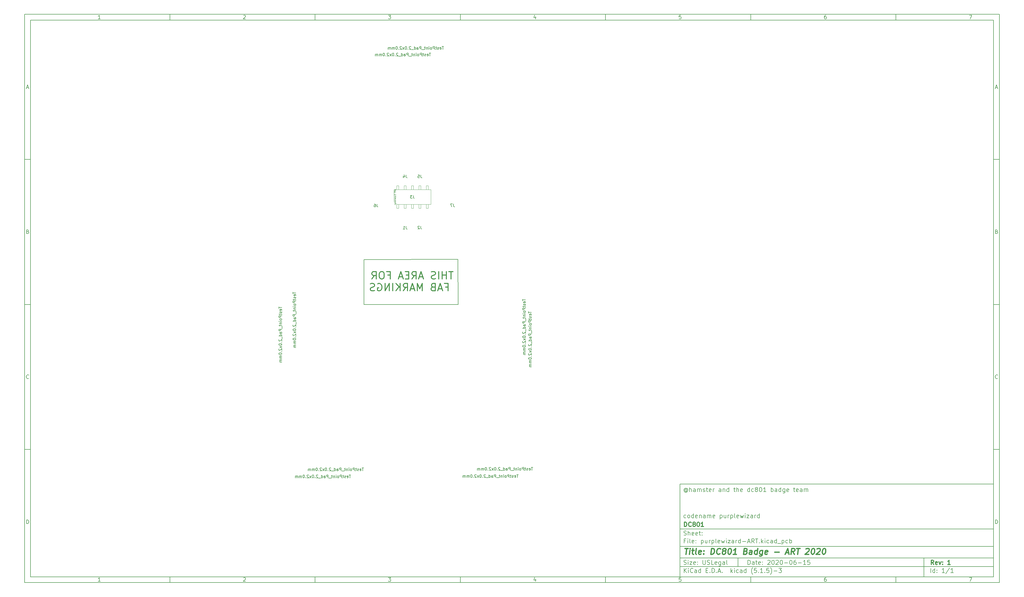
<source format=gbr>
G04 #@! TF.GenerationSoftware,KiCad,Pcbnew,(5.1.5)-3*
G04 #@! TF.CreationDate,2020-08-14T21:58:09-06:00*
G04 #@! TF.ProjectId,purplewizard-ART,70757270-6c65-4776-997a-6172642d4152,1*
G04 #@! TF.SameCoordinates,Original*
G04 #@! TF.FileFunction,Other,Fab,Bot*
%FSLAX46Y46*%
G04 Gerber Fmt 4.6, Leading zero omitted, Abs format (unit mm)*
G04 Created by KiCad (PCBNEW (5.1.5)-3) date 2020-08-14 21:58:09*
%MOMM*%
%LPD*%
G04 APERTURE LIST*
%ADD10C,0.100000*%
%ADD11C,0.150000*%
%ADD12C,0.300000*%
%ADD13C,0.400000*%
%ADD14C,0.304800*%
%ADD15C,0.015000*%
G04 APERTURE END LIST*
D10*
D11*
X235600000Y-171900000D02*
X235600000Y-203900000D01*
X343600000Y-203900000D01*
X343600000Y-171900000D01*
X235600000Y-171900000D01*
D10*
D11*
X10000000Y-10000000D02*
X10000000Y-205900000D01*
X345600000Y-205900000D01*
X345600000Y-10000000D01*
X10000000Y-10000000D01*
D10*
D11*
X12000000Y-12000000D02*
X12000000Y-203900000D01*
X343600000Y-203900000D01*
X343600000Y-12000000D01*
X12000000Y-12000000D01*
D10*
D11*
X60000000Y-12000000D02*
X60000000Y-10000000D01*
D10*
D11*
X110000000Y-12000000D02*
X110000000Y-10000000D01*
D10*
D11*
X160000000Y-12000000D02*
X160000000Y-10000000D01*
D10*
D11*
X210000000Y-12000000D02*
X210000000Y-10000000D01*
D10*
D11*
X260000000Y-12000000D02*
X260000000Y-10000000D01*
D10*
D11*
X310000000Y-12000000D02*
X310000000Y-10000000D01*
D10*
D11*
X36065476Y-11588095D02*
X35322619Y-11588095D01*
X35694047Y-11588095D02*
X35694047Y-10288095D01*
X35570238Y-10473809D01*
X35446428Y-10597619D01*
X35322619Y-10659523D01*
D10*
D11*
X85322619Y-10411904D02*
X85384523Y-10350000D01*
X85508333Y-10288095D01*
X85817857Y-10288095D01*
X85941666Y-10350000D01*
X86003571Y-10411904D01*
X86065476Y-10535714D01*
X86065476Y-10659523D01*
X86003571Y-10845238D01*
X85260714Y-11588095D01*
X86065476Y-11588095D01*
D10*
D11*
X135260714Y-10288095D02*
X136065476Y-10288095D01*
X135632142Y-10783333D01*
X135817857Y-10783333D01*
X135941666Y-10845238D01*
X136003571Y-10907142D01*
X136065476Y-11030952D01*
X136065476Y-11340476D01*
X136003571Y-11464285D01*
X135941666Y-11526190D01*
X135817857Y-11588095D01*
X135446428Y-11588095D01*
X135322619Y-11526190D01*
X135260714Y-11464285D01*
D10*
D11*
X185941666Y-10721428D02*
X185941666Y-11588095D01*
X185632142Y-10226190D02*
X185322619Y-11154761D01*
X186127380Y-11154761D01*
D10*
D11*
X236003571Y-10288095D02*
X235384523Y-10288095D01*
X235322619Y-10907142D01*
X235384523Y-10845238D01*
X235508333Y-10783333D01*
X235817857Y-10783333D01*
X235941666Y-10845238D01*
X236003571Y-10907142D01*
X236065476Y-11030952D01*
X236065476Y-11340476D01*
X236003571Y-11464285D01*
X235941666Y-11526190D01*
X235817857Y-11588095D01*
X235508333Y-11588095D01*
X235384523Y-11526190D01*
X235322619Y-11464285D01*
D10*
D11*
X285941666Y-10288095D02*
X285694047Y-10288095D01*
X285570238Y-10350000D01*
X285508333Y-10411904D01*
X285384523Y-10597619D01*
X285322619Y-10845238D01*
X285322619Y-11340476D01*
X285384523Y-11464285D01*
X285446428Y-11526190D01*
X285570238Y-11588095D01*
X285817857Y-11588095D01*
X285941666Y-11526190D01*
X286003571Y-11464285D01*
X286065476Y-11340476D01*
X286065476Y-11030952D01*
X286003571Y-10907142D01*
X285941666Y-10845238D01*
X285817857Y-10783333D01*
X285570238Y-10783333D01*
X285446428Y-10845238D01*
X285384523Y-10907142D01*
X285322619Y-11030952D01*
D10*
D11*
X335260714Y-10288095D02*
X336127380Y-10288095D01*
X335570238Y-11588095D01*
D10*
D11*
X60000000Y-203900000D02*
X60000000Y-205900000D01*
D10*
D11*
X110000000Y-203900000D02*
X110000000Y-205900000D01*
D10*
D11*
X160000000Y-203900000D02*
X160000000Y-205900000D01*
D10*
D11*
X210000000Y-203900000D02*
X210000000Y-205900000D01*
D10*
D11*
X260000000Y-203900000D02*
X260000000Y-205900000D01*
D10*
D11*
X310000000Y-203900000D02*
X310000000Y-205900000D01*
D10*
D11*
X36065476Y-205488095D02*
X35322619Y-205488095D01*
X35694047Y-205488095D02*
X35694047Y-204188095D01*
X35570238Y-204373809D01*
X35446428Y-204497619D01*
X35322619Y-204559523D01*
D10*
D11*
X85322619Y-204311904D02*
X85384523Y-204250000D01*
X85508333Y-204188095D01*
X85817857Y-204188095D01*
X85941666Y-204250000D01*
X86003571Y-204311904D01*
X86065476Y-204435714D01*
X86065476Y-204559523D01*
X86003571Y-204745238D01*
X85260714Y-205488095D01*
X86065476Y-205488095D01*
D10*
D11*
X135260714Y-204188095D02*
X136065476Y-204188095D01*
X135632142Y-204683333D01*
X135817857Y-204683333D01*
X135941666Y-204745238D01*
X136003571Y-204807142D01*
X136065476Y-204930952D01*
X136065476Y-205240476D01*
X136003571Y-205364285D01*
X135941666Y-205426190D01*
X135817857Y-205488095D01*
X135446428Y-205488095D01*
X135322619Y-205426190D01*
X135260714Y-205364285D01*
D10*
D11*
X185941666Y-204621428D02*
X185941666Y-205488095D01*
X185632142Y-204126190D02*
X185322619Y-205054761D01*
X186127380Y-205054761D01*
D10*
D11*
X236003571Y-204188095D02*
X235384523Y-204188095D01*
X235322619Y-204807142D01*
X235384523Y-204745238D01*
X235508333Y-204683333D01*
X235817857Y-204683333D01*
X235941666Y-204745238D01*
X236003571Y-204807142D01*
X236065476Y-204930952D01*
X236065476Y-205240476D01*
X236003571Y-205364285D01*
X235941666Y-205426190D01*
X235817857Y-205488095D01*
X235508333Y-205488095D01*
X235384523Y-205426190D01*
X235322619Y-205364285D01*
D10*
D11*
X285941666Y-204188095D02*
X285694047Y-204188095D01*
X285570238Y-204250000D01*
X285508333Y-204311904D01*
X285384523Y-204497619D01*
X285322619Y-204745238D01*
X285322619Y-205240476D01*
X285384523Y-205364285D01*
X285446428Y-205426190D01*
X285570238Y-205488095D01*
X285817857Y-205488095D01*
X285941666Y-205426190D01*
X286003571Y-205364285D01*
X286065476Y-205240476D01*
X286065476Y-204930952D01*
X286003571Y-204807142D01*
X285941666Y-204745238D01*
X285817857Y-204683333D01*
X285570238Y-204683333D01*
X285446428Y-204745238D01*
X285384523Y-204807142D01*
X285322619Y-204930952D01*
D10*
D11*
X335260714Y-204188095D02*
X336127380Y-204188095D01*
X335570238Y-205488095D01*
D10*
D11*
X10000000Y-60000000D02*
X12000000Y-60000000D01*
D10*
D11*
X10000000Y-110000000D02*
X12000000Y-110000000D01*
D10*
D11*
X10000000Y-160000000D02*
X12000000Y-160000000D01*
D10*
D11*
X10690476Y-35216666D02*
X11309523Y-35216666D01*
X10566666Y-35588095D02*
X11000000Y-34288095D01*
X11433333Y-35588095D01*
D10*
D11*
X11092857Y-84907142D02*
X11278571Y-84969047D01*
X11340476Y-85030952D01*
X11402380Y-85154761D01*
X11402380Y-85340476D01*
X11340476Y-85464285D01*
X11278571Y-85526190D01*
X11154761Y-85588095D01*
X10659523Y-85588095D01*
X10659523Y-84288095D01*
X11092857Y-84288095D01*
X11216666Y-84350000D01*
X11278571Y-84411904D01*
X11340476Y-84535714D01*
X11340476Y-84659523D01*
X11278571Y-84783333D01*
X11216666Y-84845238D01*
X11092857Y-84907142D01*
X10659523Y-84907142D01*
D10*
D11*
X11402380Y-135464285D02*
X11340476Y-135526190D01*
X11154761Y-135588095D01*
X11030952Y-135588095D01*
X10845238Y-135526190D01*
X10721428Y-135402380D01*
X10659523Y-135278571D01*
X10597619Y-135030952D01*
X10597619Y-134845238D01*
X10659523Y-134597619D01*
X10721428Y-134473809D01*
X10845238Y-134350000D01*
X11030952Y-134288095D01*
X11154761Y-134288095D01*
X11340476Y-134350000D01*
X11402380Y-134411904D01*
D10*
D11*
X10659523Y-185588095D02*
X10659523Y-184288095D01*
X10969047Y-184288095D01*
X11154761Y-184350000D01*
X11278571Y-184473809D01*
X11340476Y-184597619D01*
X11402380Y-184845238D01*
X11402380Y-185030952D01*
X11340476Y-185278571D01*
X11278571Y-185402380D01*
X11154761Y-185526190D01*
X10969047Y-185588095D01*
X10659523Y-185588095D01*
D10*
D11*
X345600000Y-60000000D02*
X343600000Y-60000000D01*
D10*
D11*
X345600000Y-110000000D02*
X343600000Y-110000000D01*
D10*
D11*
X345600000Y-160000000D02*
X343600000Y-160000000D01*
D10*
D11*
X344290476Y-35216666D02*
X344909523Y-35216666D01*
X344166666Y-35588095D02*
X344600000Y-34288095D01*
X345033333Y-35588095D01*
D10*
D11*
X344692857Y-84907142D02*
X344878571Y-84969047D01*
X344940476Y-85030952D01*
X345002380Y-85154761D01*
X345002380Y-85340476D01*
X344940476Y-85464285D01*
X344878571Y-85526190D01*
X344754761Y-85588095D01*
X344259523Y-85588095D01*
X344259523Y-84288095D01*
X344692857Y-84288095D01*
X344816666Y-84350000D01*
X344878571Y-84411904D01*
X344940476Y-84535714D01*
X344940476Y-84659523D01*
X344878571Y-84783333D01*
X344816666Y-84845238D01*
X344692857Y-84907142D01*
X344259523Y-84907142D01*
D10*
D11*
X345002380Y-135464285D02*
X344940476Y-135526190D01*
X344754761Y-135588095D01*
X344630952Y-135588095D01*
X344445238Y-135526190D01*
X344321428Y-135402380D01*
X344259523Y-135278571D01*
X344197619Y-135030952D01*
X344197619Y-134845238D01*
X344259523Y-134597619D01*
X344321428Y-134473809D01*
X344445238Y-134350000D01*
X344630952Y-134288095D01*
X344754761Y-134288095D01*
X344940476Y-134350000D01*
X345002380Y-134411904D01*
D10*
D11*
X344259523Y-185588095D02*
X344259523Y-184288095D01*
X344569047Y-184288095D01*
X344754761Y-184350000D01*
X344878571Y-184473809D01*
X344940476Y-184597619D01*
X345002380Y-184845238D01*
X345002380Y-185030952D01*
X344940476Y-185278571D01*
X344878571Y-185402380D01*
X344754761Y-185526190D01*
X344569047Y-185588095D01*
X344259523Y-185588095D01*
D10*
D11*
X259032142Y-199678571D02*
X259032142Y-198178571D01*
X259389285Y-198178571D01*
X259603571Y-198250000D01*
X259746428Y-198392857D01*
X259817857Y-198535714D01*
X259889285Y-198821428D01*
X259889285Y-199035714D01*
X259817857Y-199321428D01*
X259746428Y-199464285D01*
X259603571Y-199607142D01*
X259389285Y-199678571D01*
X259032142Y-199678571D01*
X261175000Y-199678571D02*
X261175000Y-198892857D01*
X261103571Y-198750000D01*
X260960714Y-198678571D01*
X260675000Y-198678571D01*
X260532142Y-198750000D01*
X261175000Y-199607142D02*
X261032142Y-199678571D01*
X260675000Y-199678571D01*
X260532142Y-199607142D01*
X260460714Y-199464285D01*
X260460714Y-199321428D01*
X260532142Y-199178571D01*
X260675000Y-199107142D01*
X261032142Y-199107142D01*
X261175000Y-199035714D01*
X261675000Y-198678571D02*
X262246428Y-198678571D01*
X261889285Y-198178571D02*
X261889285Y-199464285D01*
X261960714Y-199607142D01*
X262103571Y-199678571D01*
X262246428Y-199678571D01*
X263317857Y-199607142D02*
X263175000Y-199678571D01*
X262889285Y-199678571D01*
X262746428Y-199607142D01*
X262675000Y-199464285D01*
X262675000Y-198892857D01*
X262746428Y-198750000D01*
X262889285Y-198678571D01*
X263175000Y-198678571D01*
X263317857Y-198750000D01*
X263389285Y-198892857D01*
X263389285Y-199035714D01*
X262675000Y-199178571D01*
X264032142Y-199535714D02*
X264103571Y-199607142D01*
X264032142Y-199678571D01*
X263960714Y-199607142D01*
X264032142Y-199535714D01*
X264032142Y-199678571D01*
X264032142Y-198750000D02*
X264103571Y-198821428D01*
X264032142Y-198892857D01*
X263960714Y-198821428D01*
X264032142Y-198750000D01*
X264032142Y-198892857D01*
X265817857Y-198321428D02*
X265889285Y-198250000D01*
X266032142Y-198178571D01*
X266389285Y-198178571D01*
X266532142Y-198250000D01*
X266603571Y-198321428D01*
X266675000Y-198464285D01*
X266675000Y-198607142D01*
X266603571Y-198821428D01*
X265746428Y-199678571D01*
X266675000Y-199678571D01*
X267603571Y-198178571D02*
X267746428Y-198178571D01*
X267889285Y-198250000D01*
X267960714Y-198321428D01*
X268032142Y-198464285D01*
X268103571Y-198750000D01*
X268103571Y-199107142D01*
X268032142Y-199392857D01*
X267960714Y-199535714D01*
X267889285Y-199607142D01*
X267746428Y-199678571D01*
X267603571Y-199678571D01*
X267460714Y-199607142D01*
X267389285Y-199535714D01*
X267317857Y-199392857D01*
X267246428Y-199107142D01*
X267246428Y-198750000D01*
X267317857Y-198464285D01*
X267389285Y-198321428D01*
X267460714Y-198250000D01*
X267603571Y-198178571D01*
X268675000Y-198321428D02*
X268746428Y-198250000D01*
X268889285Y-198178571D01*
X269246428Y-198178571D01*
X269389285Y-198250000D01*
X269460714Y-198321428D01*
X269532142Y-198464285D01*
X269532142Y-198607142D01*
X269460714Y-198821428D01*
X268603571Y-199678571D01*
X269532142Y-199678571D01*
X270460714Y-198178571D02*
X270603571Y-198178571D01*
X270746428Y-198250000D01*
X270817857Y-198321428D01*
X270889285Y-198464285D01*
X270960714Y-198750000D01*
X270960714Y-199107142D01*
X270889285Y-199392857D01*
X270817857Y-199535714D01*
X270746428Y-199607142D01*
X270603571Y-199678571D01*
X270460714Y-199678571D01*
X270317857Y-199607142D01*
X270246428Y-199535714D01*
X270175000Y-199392857D01*
X270103571Y-199107142D01*
X270103571Y-198750000D01*
X270175000Y-198464285D01*
X270246428Y-198321428D01*
X270317857Y-198250000D01*
X270460714Y-198178571D01*
X271603571Y-199107142D02*
X272746428Y-199107142D01*
X273746428Y-198178571D02*
X273889285Y-198178571D01*
X274032142Y-198250000D01*
X274103571Y-198321428D01*
X274175000Y-198464285D01*
X274246428Y-198750000D01*
X274246428Y-199107142D01*
X274175000Y-199392857D01*
X274103571Y-199535714D01*
X274032142Y-199607142D01*
X273889285Y-199678571D01*
X273746428Y-199678571D01*
X273603571Y-199607142D01*
X273532142Y-199535714D01*
X273460714Y-199392857D01*
X273389285Y-199107142D01*
X273389285Y-198750000D01*
X273460714Y-198464285D01*
X273532142Y-198321428D01*
X273603571Y-198250000D01*
X273746428Y-198178571D01*
X275532142Y-198178571D02*
X275246428Y-198178571D01*
X275103571Y-198250000D01*
X275032142Y-198321428D01*
X274889285Y-198535714D01*
X274817857Y-198821428D01*
X274817857Y-199392857D01*
X274889285Y-199535714D01*
X274960714Y-199607142D01*
X275103571Y-199678571D01*
X275389285Y-199678571D01*
X275532142Y-199607142D01*
X275603571Y-199535714D01*
X275675000Y-199392857D01*
X275675000Y-199035714D01*
X275603571Y-198892857D01*
X275532142Y-198821428D01*
X275389285Y-198750000D01*
X275103571Y-198750000D01*
X274960714Y-198821428D01*
X274889285Y-198892857D01*
X274817857Y-199035714D01*
X276317857Y-199107142D02*
X277460714Y-199107142D01*
X278960714Y-199678571D02*
X278103571Y-199678571D01*
X278532142Y-199678571D02*
X278532142Y-198178571D01*
X278389285Y-198392857D01*
X278246428Y-198535714D01*
X278103571Y-198607142D01*
X280317857Y-198178571D02*
X279603571Y-198178571D01*
X279532142Y-198892857D01*
X279603571Y-198821428D01*
X279746428Y-198750000D01*
X280103571Y-198750000D01*
X280246428Y-198821428D01*
X280317857Y-198892857D01*
X280389285Y-199035714D01*
X280389285Y-199392857D01*
X280317857Y-199535714D01*
X280246428Y-199607142D01*
X280103571Y-199678571D01*
X279746428Y-199678571D01*
X279603571Y-199607142D01*
X279532142Y-199535714D01*
D10*
D11*
X235600000Y-200400000D02*
X343600000Y-200400000D01*
D10*
D11*
X237032142Y-202478571D02*
X237032142Y-200978571D01*
X237889285Y-202478571D02*
X237246428Y-201621428D01*
X237889285Y-200978571D02*
X237032142Y-201835714D01*
X238532142Y-202478571D02*
X238532142Y-201478571D01*
X238532142Y-200978571D02*
X238460714Y-201050000D01*
X238532142Y-201121428D01*
X238603571Y-201050000D01*
X238532142Y-200978571D01*
X238532142Y-201121428D01*
X240103571Y-202335714D02*
X240032142Y-202407142D01*
X239817857Y-202478571D01*
X239675000Y-202478571D01*
X239460714Y-202407142D01*
X239317857Y-202264285D01*
X239246428Y-202121428D01*
X239175000Y-201835714D01*
X239175000Y-201621428D01*
X239246428Y-201335714D01*
X239317857Y-201192857D01*
X239460714Y-201050000D01*
X239675000Y-200978571D01*
X239817857Y-200978571D01*
X240032142Y-201050000D01*
X240103571Y-201121428D01*
X241389285Y-202478571D02*
X241389285Y-201692857D01*
X241317857Y-201550000D01*
X241175000Y-201478571D01*
X240889285Y-201478571D01*
X240746428Y-201550000D01*
X241389285Y-202407142D02*
X241246428Y-202478571D01*
X240889285Y-202478571D01*
X240746428Y-202407142D01*
X240675000Y-202264285D01*
X240675000Y-202121428D01*
X240746428Y-201978571D01*
X240889285Y-201907142D01*
X241246428Y-201907142D01*
X241389285Y-201835714D01*
X242746428Y-202478571D02*
X242746428Y-200978571D01*
X242746428Y-202407142D02*
X242603571Y-202478571D01*
X242317857Y-202478571D01*
X242175000Y-202407142D01*
X242103571Y-202335714D01*
X242032142Y-202192857D01*
X242032142Y-201764285D01*
X242103571Y-201621428D01*
X242175000Y-201550000D01*
X242317857Y-201478571D01*
X242603571Y-201478571D01*
X242746428Y-201550000D01*
X244603571Y-201692857D02*
X245103571Y-201692857D01*
X245317857Y-202478571D02*
X244603571Y-202478571D01*
X244603571Y-200978571D01*
X245317857Y-200978571D01*
X245960714Y-202335714D02*
X246032142Y-202407142D01*
X245960714Y-202478571D01*
X245889285Y-202407142D01*
X245960714Y-202335714D01*
X245960714Y-202478571D01*
X246675000Y-202478571D02*
X246675000Y-200978571D01*
X247032142Y-200978571D01*
X247246428Y-201050000D01*
X247389285Y-201192857D01*
X247460714Y-201335714D01*
X247532142Y-201621428D01*
X247532142Y-201835714D01*
X247460714Y-202121428D01*
X247389285Y-202264285D01*
X247246428Y-202407142D01*
X247032142Y-202478571D01*
X246675000Y-202478571D01*
X248175000Y-202335714D02*
X248246428Y-202407142D01*
X248175000Y-202478571D01*
X248103571Y-202407142D01*
X248175000Y-202335714D01*
X248175000Y-202478571D01*
X248817857Y-202050000D02*
X249532142Y-202050000D01*
X248675000Y-202478571D02*
X249175000Y-200978571D01*
X249675000Y-202478571D01*
X250175000Y-202335714D02*
X250246428Y-202407142D01*
X250175000Y-202478571D01*
X250103571Y-202407142D01*
X250175000Y-202335714D01*
X250175000Y-202478571D01*
X253175000Y-202478571D02*
X253175000Y-200978571D01*
X253317857Y-201907142D02*
X253746428Y-202478571D01*
X253746428Y-201478571D02*
X253175000Y-202050000D01*
X254389285Y-202478571D02*
X254389285Y-201478571D01*
X254389285Y-200978571D02*
X254317857Y-201050000D01*
X254389285Y-201121428D01*
X254460714Y-201050000D01*
X254389285Y-200978571D01*
X254389285Y-201121428D01*
X255746428Y-202407142D02*
X255603571Y-202478571D01*
X255317857Y-202478571D01*
X255175000Y-202407142D01*
X255103571Y-202335714D01*
X255032142Y-202192857D01*
X255032142Y-201764285D01*
X255103571Y-201621428D01*
X255175000Y-201550000D01*
X255317857Y-201478571D01*
X255603571Y-201478571D01*
X255746428Y-201550000D01*
X257032142Y-202478571D02*
X257032142Y-201692857D01*
X256960714Y-201550000D01*
X256817857Y-201478571D01*
X256532142Y-201478571D01*
X256389285Y-201550000D01*
X257032142Y-202407142D02*
X256889285Y-202478571D01*
X256532142Y-202478571D01*
X256389285Y-202407142D01*
X256317857Y-202264285D01*
X256317857Y-202121428D01*
X256389285Y-201978571D01*
X256532142Y-201907142D01*
X256889285Y-201907142D01*
X257032142Y-201835714D01*
X258389285Y-202478571D02*
X258389285Y-200978571D01*
X258389285Y-202407142D02*
X258246428Y-202478571D01*
X257960714Y-202478571D01*
X257817857Y-202407142D01*
X257746428Y-202335714D01*
X257675000Y-202192857D01*
X257675000Y-201764285D01*
X257746428Y-201621428D01*
X257817857Y-201550000D01*
X257960714Y-201478571D01*
X258246428Y-201478571D01*
X258389285Y-201550000D01*
X260675000Y-203050000D02*
X260603571Y-202978571D01*
X260460714Y-202764285D01*
X260389285Y-202621428D01*
X260317857Y-202407142D01*
X260246428Y-202050000D01*
X260246428Y-201764285D01*
X260317857Y-201407142D01*
X260389285Y-201192857D01*
X260460714Y-201050000D01*
X260603571Y-200835714D01*
X260675000Y-200764285D01*
X261960714Y-200978571D02*
X261246428Y-200978571D01*
X261175000Y-201692857D01*
X261246428Y-201621428D01*
X261389285Y-201550000D01*
X261746428Y-201550000D01*
X261889285Y-201621428D01*
X261960714Y-201692857D01*
X262032142Y-201835714D01*
X262032142Y-202192857D01*
X261960714Y-202335714D01*
X261889285Y-202407142D01*
X261746428Y-202478571D01*
X261389285Y-202478571D01*
X261246428Y-202407142D01*
X261175000Y-202335714D01*
X262675000Y-202335714D02*
X262746428Y-202407142D01*
X262675000Y-202478571D01*
X262603571Y-202407142D01*
X262675000Y-202335714D01*
X262675000Y-202478571D01*
X264175000Y-202478571D02*
X263317857Y-202478571D01*
X263746428Y-202478571D02*
X263746428Y-200978571D01*
X263603571Y-201192857D01*
X263460714Y-201335714D01*
X263317857Y-201407142D01*
X264817857Y-202335714D02*
X264889285Y-202407142D01*
X264817857Y-202478571D01*
X264746428Y-202407142D01*
X264817857Y-202335714D01*
X264817857Y-202478571D01*
X266246428Y-200978571D02*
X265532142Y-200978571D01*
X265460714Y-201692857D01*
X265532142Y-201621428D01*
X265675000Y-201550000D01*
X266032142Y-201550000D01*
X266175000Y-201621428D01*
X266246428Y-201692857D01*
X266317857Y-201835714D01*
X266317857Y-202192857D01*
X266246428Y-202335714D01*
X266175000Y-202407142D01*
X266032142Y-202478571D01*
X265675000Y-202478571D01*
X265532142Y-202407142D01*
X265460714Y-202335714D01*
X266817857Y-203050000D02*
X266889285Y-202978571D01*
X267032142Y-202764285D01*
X267103571Y-202621428D01*
X267175000Y-202407142D01*
X267246428Y-202050000D01*
X267246428Y-201764285D01*
X267175000Y-201407142D01*
X267103571Y-201192857D01*
X267032142Y-201050000D01*
X266889285Y-200835714D01*
X266817857Y-200764285D01*
X267960714Y-201907142D02*
X269103571Y-201907142D01*
X269675000Y-200978571D02*
X270603571Y-200978571D01*
X270103571Y-201550000D01*
X270317857Y-201550000D01*
X270460714Y-201621428D01*
X270532142Y-201692857D01*
X270603571Y-201835714D01*
X270603571Y-202192857D01*
X270532142Y-202335714D01*
X270460714Y-202407142D01*
X270317857Y-202478571D01*
X269889285Y-202478571D01*
X269746428Y-202407142D01*
X269675000Y-202335714D01*
D10*
D11*
X235600000Y-197400000D02*
X343600000Y-197400000D01*
D10*
D12*
X323009285Y-199678571D02*
X322509285Y-198964285D01*
X322152142Y-199678571D02*
X322152142Y-198178571D01*
X322723571Y-198178571D01*
X322866428Y-198250000D01*
X322937857Y-198321428D01*
X323009285Y-198464285D01*
X323009285Y-198678571D01*
X322937857Y-198821428D01*
X322866428Y-198892857D01*
X322723571Y-198964285D01*
X322152142Y-198964285D01*
X324223571Y-199607142D02*
X324080714Y-199678571D01*
X323795000Y-199678571D01*
X323652142Y-199607142D01*
X323580714Y-199464285D01*
X323580714Y-198892857D01*
X323652142Y-198750000D01*
X323795000Y-198678571D01*
X324080714Y-198678571D01*
X324223571Y-198750000D01*
X324295000Y-198892857D01*
X324295000Y-199035714D01*
X323580714Y-199178571D01*
X324795000Y-198678571D02*
X325152142Y-199678571D01*
X325509285Y-198678571D01*
X326080714Y-199535714D02*
X326152142Y-199607142D01*
X326080714Y-199678571D01*
X326009285Y-199607142D01*
X326080714Y-199535714D01*
X326080714Y-199678571D01*
X326080714Y-198750000D02*
X326152142Y-198821428D01*
X326080714Y-198892857D01*
X326009285Y-198821428D01*
X326080714Y-198750000D01*
X326080714Y-198892857D01*
X328723571Y-199678571D02*
X327866428Y-199678571D01*
X328295000Y-199678571D02*
X328295000Y-198178571D01*
X328152142Y-198392857D01*
X328009285Y-198535714D01*
X327866428Y-198607142D01*
D10*
D11*
X236960714Y-199607142D02*
X237175000Y-199678571D01*
X237532142Y-199678571D01*
X237675000Y-199607142D01*
X237746428Y-199535714D01*
X237817857Y-199392857D01*
X237817857Y-199250000D01*
X237746428Y-199107142D01*
X237675000Y-199035714D01*
X237532142Y-198964285D01*
X237246428Y-198892857D01*
X237103571Y-198821428D01*
X237032142Y-198750000D01*
X236960714Y-198607142D01*
X236960714Y-198464285D01*
X237032142Y-198321428D01*
X237103571Y-198250000D01*
X237246428Y-198178571D01*
X237603571Y-198178571D01*
X237817857Y-198250000D01*
X238460714Y-199678571D02*
X238460714Y-198678571D01*
X238460714Y-198178571D02*
X238389285Y-198250000D01*
X238460714Y-198321428D01*
X238532142Y-198250000D01*
X238460714Y-198178571D01*
X238460714Y-198321428D01*
X239032142Y-198678571D02*
X239817857Y-198678571D01*
X239032142Y-199678571D01*
X239817857Y-199678571D01*
X240960714Y-199607142D02*
X240817857Y-199678571D01*
X240532142Y-199678571D01*
X240389285Y-199607142D01*
X240317857Y-199464285D01*
X240317857Y-198892857D01*
X240389285Y-198750000D01*
X240532142Y-198678571D01*
X240817857Y-198678571D01*
X240960714Y-198750000D01*
X241032142Y-198892857D01*
X241032142Y-199035714D01*
X240317857Y-199178571D01*
X241675000Y-199535714D02*
X241746428Y-199607142D01*
X241675000Y-199678571D01*
X241603571Y-199607142D01*
X241675000Y-199535714D01*
X241675000Y-199678571D01*
X241675000Y-198750000D02*
X241746428Y-198821428D01*
X241675000Y-198892857D01*
X241603571Y-198821428D01*
X241675000Y-198750000D01*
X241675000Y-198892857D01*
X243532142Y-198178571D02*
X243532142Y-199392857D01*
X243603571Y-199535714D01*
X243675000Y-199607142D01*
X243817857Y-199678571D01*
X244103571Y-199678571D01*
X244246428Y-199607142D01*
X244317857Y-199535714D01*
X244389285Y-199392857D01*
X244389285Y-198178571D01*
X245032142Y-199607142D02*
X245246428Y-199678571D01*
X245603571Y-199678571D01*
X245746428Y-199607142D01*
X245817857Y-199535714D01*
X245889285Y-199392857D01*
X245889285Y-199250000D01*
X245817857Y-199107142D01*
X245746428Y-199035714D01*
X245603571Y-198964285D01*
X245317857Y-198892857D01*
X245175000Y-198821428D01*
X245103571Y-198750000D01*
X245032142Y-198607142D01*
X245032142Y-198464285D01*
X245103571Y-198321428D01*
X245175000Y-198250000D01*
X245317857Y-198178571D01*
X245675000Y-198178571D01*
X245889285Y-198250000D01*
X247246428Y-199678571D02*
X246532142Y-199678571D01*
X246532142Y-198178571D01*
X248317857Y-199607142D02*
X248175000Y-199678571D01*
X247889285Y-199678571D01*
X247746428Y-199607142D01*
X247675000Y-199464285D01*
X247675000Y-198892857D01*
X247746428Y-198750000D01*
X247889285Y-198678571D01*
X248175000Y-198678571D01*
X248317857Y-198750000D01*
X248389285Y-198892857D01*
X248389285Y-199035714D01*
X247675000Y-199178571D01*
X249675000Y-198678571D02*
X249675000Y-199892857D01*
X249603571Y-200035714D01*
X249532142Y-200107142D01*
X249389285Y-200178571D01*
X249175000Y-200178571D01*
X249032142Y-200107142D01*
X249675000Y-199607142D02*
X249532142Y-199678571D01*
X249246428Y-199678571D01*
X249103571Y-199607142D01*
X249032142Y-199535714D01*
X248960714Y-199392857D01*
X248960714Y-198964285D01*
X249032142Y-198821428D01*
X249103571Y-198750000D01*
X249246428Y-198678571D01*
X249532142Y-198678571D01*
X249675000Y-198750000D01*
X251032142Y-199678571D02*
X251032142Y-198892857D01*
X250960714Y-198750000D01*
X250817857Y-198678571D01*
X250532142Y-198678571D01*
X250389285Y-198750000D01*
X251032142Y-199607142D02*
X250889285Y-199678571D01*
X250532142Y-199678571D01*
X250389285Y-199607142D01*
X250317857Y-199464285D01*
X250317857Y-199321428D01*
X250389285Y-199178571D01*
X250532142Y-199107142D01*
X250889285Y-199107142D01*
X251032142Y-199035714D01*
X251960714Y-199678571D02*
X251817857Y-199607142D01*
X251746428Y-199464285D01*
X251746428Y-198178571D01*
D10*
D11*
X322032142Y-202478571D02*
X322032142Y-200978571D01*
X323389285Y-202478571D02*
X323389285Y-200978571D01*
X323389285Y-202407142D02*
X323246428Y-202478571D01*
X322960714Y-202478571D01*
X322817857Y-202407142D01*
X322746428Y-202335714D01*
X322675000Y-202192857D01*
X322675000Y-201764285D01*
X322746428Y-201621428D01*
X322817857Y-201550000D01*
X322960714Y-201478571D01*
X323246428Y-201478571D01*
X323389285Y-201550000D01*
X324103571Y-202335714D02*
X324175000Y-202407142D01*
X324103571Y-202478571D01*
X324032142Y-202407142D01*
X324103571Y-202335714D01*
X324103571Y-202478571D01*
X324103571Y-201550000D02*
X324175000Y-201621428D01*
X324103571Y-201692857D01*
X324032142Y-201621428D01*
X324103571Y-201550000D01*
X324103571Y-201692857D01*
X326746428Y-202478571D02*
X325889285Y-202478571D01*
X326317857Y-202478571D02*
X326317857Y-200978571D01*
X326175000Y-201192857D01*
X326032142Y-201335714D01*
X325889285Y-201407142D01*
X328460714Y-200907142D02*
X327175000Y-202835714D01*
X329746428Y-202478571D02*
X328889285Y-202478571D01*
X329317857Y-202478571D02*
X329317857Y-200978571D01*
X329175000Y-201192857D01*
X329032142Y-201335714D01*
X328889285Y-201407142D01*
D10*
D11*
X235600000Y-193400000D02*
X343600000Y-193400000D01*
D10*
D13*
X237312380Y-194104761D02*
X238455238Y-194104761D01*
X237633809Y-196104761D02*
X237883809Y-194104761D01*
X238871904Y-196104761D02*
X239038571Y-194771428D01*
X239121904Y-194104761D02*
X239014761Y-194200000D01*
X239098095Y-194295238D01*
X239205238Y-194200000D01*
X239121904Y-194104761D01*
X239098095Y-194295238D01*
X239705238Y-194771428D02*
X240467142Y-194771428D01*
X240074285Y-194104761D02*
X239860000Y-195819047D01*
X239931428Y-196009523D01*
X240110000Y-196104761D01*
X240300476Y-196104761D01*
X241252857Y-196104761D02*
X241074285Y-196009523D01*
X241002857Y-195819047D01*
X241217142Y-194104761D01*
X242788571Y-196009523D02*
X242586190Y-196104761D01*
X242205238Y-196104761D01*
X242026666Y-196009523D01*
X241955238Y-195819047D01*
X242050476Y-195057142D01*
X242169523Y-194866666D01*
X242371904Y-194771428D01*
X242752857Y-194771428D01*
X242931428Y-194866666D01*
X243002857Y-195057142D01*
X242979047Y-195247619D01*
X242002857Y-195438095D01*
X243752857Y-195914285D02*
X243836190Y-196009523D01*
X243729047Y-196104761D01*
X243645714Y-196009523D01*
X243752857Y-195914285D01*
X243729047Y-196104761D01*
X243883809Y-194866666D02*
X243967142Y-194961904D01*
X243860000Y-195057142D01*
X243776666Y-194961904D01*
X243883809Y-194866666D01*
X243860000Y-195057142D01*
X246205238Y-196104761D02*
X246455238Y-194104761D01*
X246931428Y-194104761D01*
X247205238Y-194200000D01*
X247371904Y-194390476D01*
X247443333Y-194580952D01*
X247490952Y-194961904D01*
X247455238Y-195247619D01*
X247312380Y-195628571D01*
X247193333Y-195819047D01*
X246979047Y-196009523D01*
X246681428Y-196104761D01*
X246205238Y-196104761D01*
X249371904Y-195914285D02*
X249264761Y-196009523D01*
X248967142Y-196104761D01*
X248776666Y-196104761D01*
X248502857Y-196009523D01*
X248336190Y-195819047D01*
X248264761Y-195628571D01*
X248217142Y-195247619D01*
X248252857Y-194961904D01*
X248395714Y-194580952D01*
X248514761Y-194390476D01*
X248729047Y-194200000D01*
X249026666Y-194104761D01*
X249217142Y-194104761D01*
X249490952Y-194200000D01*
X249574285Y-194295238D01*
X250633809Y-194961904D02*
X250455238Y-194866666D01*
X250371904Y-194771428D01*
X250300476Y-194580952D01*
X250312380Y-194485714D01*
X250431428Y-194295238D01*
X250538571Y-194200000D01*
X250740952Y-194104761D01*
X251121904Y-194104761D01*
X251300476Y-194200000D01*
X251383809Y-194295238D01*
X251455238Y-194485714D01*
X251443333Y-194580952D01*
X251324285Y-194771428D01*
X251217142Y-194866666D01*
X251014761Y-194961904D01*
X250633809Y-194961904D01*
X250431428Y-195057142D01*
X250324285Y-195152380D01*
X250205238Y-195342857D01*
X250157619Y-195723809D01*
X250229047Y-195914285D01*
X250312380Y-196009523D01*
X250490952Y-196104761D01*
X250871904Y-196104761D01*
X251074285Y-196009523D01*
X251181428Y-195914285D01*
X251300476Y-195723809D01*
X251348095Y-195342857D01*
X251276666Y-195152380D01*
X251193333Y-195057142D01*
X251014761Y-194961904D01*
X252740952Y-194104761D02*
X252931428Y-194104761D01*
X253110000Y-194200000D01*
X253193333Y-194295238D01*
X253264761Y-194485714D01*
X253312380Y-194866666D01*
X253252857Y-195342857D01*
X253110000Y-195723809D01*
X252990952Y-195914285D01*
X252883809Y-196009523D01*
X252681428Y-196104761D01*
X252490952Y-196104761D01*
X252312380Y-196009523D01*
X252229047Y-195914285D01*
X252157619Y-195723809D01*
X252110000Y-195342857D01*
X252169523Y-194866666D01*
X252312380Y-194485714D01*
X252431428Y-194295238D01*
X252538571Y-194200000D01*
X252740952Y-194104761D01*
X255062380Y-196104761D02*
X253919523Y-196104761D01*
X254490952Y-196104761D02*
X254740952Y-194104761D01*
X254514761Y-194390476D01*
X254300476Y-194580952D01*
X254098095Y-194676190D01*
X258240952Y-195057142D02*
X258514761Y-195152380D01*
X258598095Y-195247619D01*
X258669523Y-195438095D01*
X258633809Y-195723809D01*
X258514761Y-195914285D01*
X258407619Y-196009523D01*
X258205238Y-196104761D01*
X257443333Y-196104761D01*
X257693333Y-194104761D01*
X258360000Y-194104761D01*
X258538571Y-194200000D01*
X258621904Y-194295238D01*
X258693333Y-194485714D01*
X258669523Y-194676190D01*
X258550476Y-194866666D01*
X258443333Y-194961904D01*
X258240952Y-195057142D01*
X257574285Y-195057142D01*
X260300476Y-196104761D02*
X260431428Y-195057142D01*
X260360000Y-194866666D01*
X260181428Y-194771428D01*
X259800476Y-194771428D01*
X259598095Y-194866666D01*
X260312380Y-196009523D02*
X260110000Y-196104761D01*
X259633809Y-196104761D01*
X259455238Y-196009523D01*
X259383809Y-195819047D01*
X259407619Y-195628571D01*
X259526666Y-195438095D01*
X259729047Y-195342857D01*
X260205238Y-195342857D01*
X260407619Y-195247619D01*
X262110000Y-196104761D02*
X262360000Y-194104761D01*
X262121904Y-196009523D02*
X261919523Y-196104761D01*
X261538571Y-196104761D01*
X261360000Y-196009523D01*
X261276666Y-195914285D01*
X261205238Y-195723809D01*
X261276666Y-195152380D01*
X261395714Y-194961904D01*
X261502857Y-194866666D01*
X261705238Y-194771428D01*
X262086190Y-194771428D01*
X262264761Y-194866666D01*
X264086190Y-194771428D02*
X263883809Y-196390476D01*
X263764761Y-196580952D01*
X263657619Y-196676190D01*
X263455238Y-196771428D01*
X263169523Y-196771428D01*
X262990952Y-196676190D01*
X263931428Y-196009523D02*
X263729047Y-196104761D01*
X263348095Y-196104761D01*
X263169523Y-196009523D01*
X263086190Y-195914285D01*
X263014761Y-195723809D01*
X263086190Y-195152380D01*
X263205238Y-194961904D01*
X263312380Y-194866666D01*
X263514761Y-194771428D01*
X263895714Y-194771428D01*
X264074285Y-194866666D01*
X265645714Y-196009523D02*
X265443333Y-196104761D01*
X265062380Y-196104761D01*
X264883809Y-196009523D01*
X264812380Y-195819047D01*
X264907619Y-195057142D01*
X265026666Y-194866666D01*
X265229047Y-194771428D01*
X265610000Y-194771428D01*
X265788571Y-194866666D01*
X265860000Y-195057142D01*
X265836190Y-195247619D01*
X264860000Y-195438095D01*
X268205238Y-195342857D02*
X269729047Y-195342857D01*
X272086190Y-195533333D02*
X273038571Y-195533333D01*
X271824285Y-196104761D02*
X272740952Y-194104761D01*
X273157619Y-196104761D01*
X274967142Y-196104761D02*
X274419523Y-195152380D01*
X273824285Y-196104761D02*
X274074285Y-194104761D01*
X274836190Y-194104761D01*
X275014761Y-194200000D01*
X275098095Y-194295238D01*
X275169523Y-194485714D01*
X275133809Y-194771428D01*
X275014761Y-194961904D01*
X274907619Y-195057142D01*
X274705238Y-195152380D01*
X273943333Y-195152380D01*
X275788571Y-194104761D02*
X276931428Y-194104761D01*
X276110000Y-196104761D02*
X276360000Y-194104761D01*
X279002857Y-194295238D02*
X279110000Y-194200000D01*
X279312380Y-194104761D01*
X279788571Y-194104761D01*
X279967142Y-194200000D01*
X280050476Y-194295238D01*
X280121904Y-194485714D01*
X280098095Y-194676190D01*
X279967142Y-194961904D01*
X278681428Y-196104761D01*
X279919523Y-196104761D01*
X281407619Y-194104761D02*
X281598095Y-194104761D01*
X281776666Y-194200000D01*
X281860000Y-194295238D01*
X281931428Y-194485714D01*
X281979047Y-194866666D01*
X281919523Y-195342857D01*
X281776666Y-195723809D01*
X281657619Y-195914285D01*
X281550476Y-196009523D01*
X281348095Y-196104761D01*
X281157619Y-196104761D01*
X280979047Y-196009523D01*
X280895714Y-195914285D01*
X280824285Y-195723809D01*
X280776666Y-195342857D01*
X280836190Y-194866666D01*
X280979047Y-194485714D01*
X281098095Y-194295238D01*
X281205238Y-194200000D01*
X281407619Y-194104761D01*
X282812380Y-194295238D02*
X282919523Y-194200000D01*
X283121904Y-194104761D01*
X283598095Y-194104761D01*
X283776666Y-194200000D01*
X283860000Y-194295238D01*
X283931428Y-194485714D01*
X283907619Y-194676190D01*
X283776666Y-194961904D01*
X282490952Y-196104761D01*
X283729047Y-196104761D01*
X285217142Y-194104761D02*
X285407619Y-194104761D01*
X285586190Y-194200000D01*
X285669523Y-194295238D01*
X285740952Y-194485714D01*
X285788571Y-194866666D01*
X285729047Y-195342857D01*
X285586190Y-195723809D01*
X285467142Y-195914285D01*
X285360000Y-196009523D01*
X285157619Y-196104761D01*
X284967142Y-196104761D01*
X284788571Y-196009523D01*
X284705238Y-195914285D01*
X284633809Y-195723809D01*
X284586190Y-195342857D01*
X284645714Y-194866666D01*
X284788571Y-194485714D01*
X284907619Y-194295238D01*
X285014761Y-194200000D01*
X285217142Y-194104761D01*
D10*
D11*
X237532142Y-191492857D02*
X237032142Y-191492857D01*
X237032142Y-192278571D02*
X237032142Y-190778571D01*
X237746428Y-190778571D01*
X238317857Y-192278571D02*
X238317857Y-191278571D01*
X238317857Y-190778571D02*
X238246428Y-190850000D01*
X238317857Y-190921428D01*
X238389285Y-190850000D01*
X238317857Y-190778571D01*
X238317857Y-190921428D01*
X239246428Y-192278571D02*
X239103571Y-192207142D01*
X239032142Y-192064285D01*
X239032142Y-190778571D01*
X240389285Y-192207142D02*
X240246428Y-192278571D01*
X239960714Y-192278571D01*
X239817857Y-192207142D01*
X239746428Y-192064285D01*
X239746428Y-191492857D01*
X239817857Y-191350000D01*
X239960714Y-191278571D01*
X240246428Y-191278571D01*
X240389285Y-191350000D01*
X240460714Y-191492857D01*
X240460714Y-191635714D01*
X239746428Y-191778571D01*
X241103571Y-192135714D02*
X241175000Y-192207142D01*
X241103571Y-192278571D01*
X241032142Y-192207142D01*
X241103571Y-192135714D01*
X241103571Y-192278571D01*
X241103571Y-191350000D02*
X241175000Y-191421428D01*
X241103571Y-191492857D01*
X241032142Y-191421428D01*
X241103571Y-191350000D01*
X241103571Y-191492857D01*
X242960714Y-191278571D02*
X242960714Y-192778571D01*
X242960714Y-191350000D02*
X243103571Y-191278571D01*
X243389285Y-191278571D01*
X243532142Y-191350000D01*
X243603571Y-191421428D01*
X243675000Y-191564285D01*
X243675000Y-191992857D01*
X243603571Y-192135714D01*
X243532142Y-192207142D01*
X243389285Y-192278571D01*
X243103571Y-192278571D01*
X242960714Y-192207142D01*
X244960714Y-191278571D02*
X244960714Y-192278571D01*
X244317857Y-191278571D02*
X244317857Y-192064285D01*
X244389285Y-192207142D01*
X244532142Y-192278571D01*
X244746428Y-192278571D01*
X244889285Y-192207142D01*
X244960714Y-192135714D01*
X245675000Y-192278571D02*
X245675000Y-191278571D01*
X245675000Y-191564285D02*
X245746428Y-191421428D01*
X245817857Y-191350000D01*
X245960714Y-191278571D01*
X246103571Y-191278571D01*
X246603571Y-191278571D02*
X246603571Y-192778571D01*
X246603571Y-191350000D02*
X246746428Y-191278571D01*
X247032142Y-191278571D01*
X247175000Y-191350000D01*
X247246428Y-191421428D01*
X247317857Y-191564285D01*
X247317857Y-191992857D01*
X247246428Y-192135714D01*
X247175000Y-192207142D01*
X247032142Y-192278571D01*
X246746428Y-192278571D01*
X246603571Y-192207142D01*
X248175000Y-192278571D02*
X248032142Y-192207142D01*
X247960714Y-192064285D01*
X247960714Y-190778571D01*
X249317857Y-192207142D02*
X249175000Y-192278571D01*
X248889285Y-192278571D01*
X248746428Y-192207142D01*
X248675000Y-192064285D01*
X248675000Y-191492857D01*
X248746428Y-191350000D01*
X248889285Y-191278571D01*
X249175000Y-191278571D01*
X249317857Y-191350000D01*
X249389285Y-191492857D01*
X249389285Y-191635714D01*
X248675000Y-191778571D01*
X249889285Y-191278571D02*
X250175000Y-192278571D01*
X250460714Y-191564285D01*
X250746428Y-192278571D01*
X251032142Y-191278571D01*
X251603571Y-192278571D02*
X251603571Y-191278571D01*
X251603571Y-190778571D02*
X251532142Y-190850000D01*
X251603571Y-190921428D01*
X251675000Y-190850000D01*
X251603571Y-190778571D01*
X251603571Y-190921428D01*
X252175000Y-191278571D02*
X252960714Y-191278571D01*
X252175000Y-192278571D01*
X252960714Y-192278571D01*
X254175000Y-192278571D02*
X254175000Y-191492857D01*
X254103571Y-191350000D01*
X253960714Y-191278571D01*
X253675000Y-191278571D01*
X253532142Y-191350000D01*
X254175000Y-192207142D02*
X254032142Y-192278571D01*
X253675000Y-192278571D01*
X253532142Y-192207142D01*
X253460714Y-192064285D01*
X253460714Y-191921428D01*
X253532142Y-191778571D01*
X253675000Y-191707142D01*
X254032142Y-191707142D01*
X254175000Y-191635714D01*
X254889285Y-192278571D02*
X254889285Y-191278571D01*
X254889285Y-191564285D02*
X254960714Y-191421428D01*
X255032142Y-191350000D01*
X255175000Y-191278571D01*
X255317857Y-191278571D01*
X256460714Y-192278571D02*
X256460714Y-190778571D01*
X256460714Y-192207142D02*
X256317857Y-192278571D01*
X256032142Y-192278571D01*
X255889285Y-192207142D01*
X255817857Y-192135714D01*
X255746428Y-191992857D01*
X255746428Y-191564285D01*
X255817857Y-191421428D01*
X255889285Y-191350000D01*
X256032142Y-191278571D01*
X256317857Y-191278571D01*
X256460714Y-191350000D01*
X257175000Y-191707142D02*
X258317857Y-191707142D01*
X258960714Y-191850000D02*
X259675000Y-191850000D01*
X258817857Y-192278571D02*
X259317857Y-190778571D01*
X259817857Y-192278571D01*
X261175000Y-192278571D02*
X260675000Y-191564285D01*
X260317857Y-192278571D02*
X260317857Y-190778571D01*
X260889285Y-190778571D01*
X261032142Y-190850000D01*
X261103571Y-190921428D01*
X261175000Y-191064285D01*
X261175000Y-191278571D01*
X261103571Y-191421428D01*
X261032142Y-191492857D01*
X260889285Y-191564285D01*
X260317857Y-191564285D01*
X261603571Y-190778571D02*
X262460714Y-190778571D01*
X262032142Y-192278571D02*
X262032142Y-190778571D01*
X262960714Y-192135714D02*
X263032142Y-192207142D01*
X262960714Y-192278571D01*
X262889285Y-192207142D01*
X262960714Y-192135714D01*
X262960714Y-192278571D01*
X263675000Y-192278571D02*
X263675000Y-190778571D01*
X263817857Y-191707142D02*
X264246428Y-192278571D01*
X264246428Y-191278571D02*
X263675000Y-191850000D01*
X264889285Y-192278571D02*
X264889285Y-191278571D01*
X264889285Y-190778571D02*
X264817857Y-190850000D01*
X264889285Y-190921428D01*
X264960714Y-190850000D01*
X264889285Y-190778571D01*
X264889285Y-190921428D01*
X266246428Y-192207142D02*
X266103571Y-192278571D01*
X265817857Y-192278571D01*
X265675000Y-192207142D01*
X265603571Y-192135714D01*
X265532142Y-191992857D01*
X265532142Y-191564285D01*
X265603571Y-191421428D01*
X265675000Y-191350000D01*
X265817857Y-191278571D01*
X266103571Y-191278571D01*
X266246428Y-191350000D01*
X267532142Y-192278571D02*
X267532142Y-191492857D01*
X267460714Y-191350000D01*
X267317857Y-191278571D01*
X267032142Y-191278571D01*
X266889285Y-191350000D01*
X267532142Y-192207142D02*
X267389285Y-192278571D01*
X267032142Y-192278571D01*
X266889285Y-192207142D01*
X266817857Y-192064285D01*
X266817857Y-191921428D01*
X266889285Y-191778571D01*
X267032142Y-191707142D01*
X267389285Y-191707142D01*
X267532142Y-191635714D01*
X268889285Y-192278571D02*
X268889285Y-190778571D01*
X268889285Y-192207142D02*
X268746428Y-192278571D01*
X268460714Y-192278571D01*
X268317857Y-192207142D01*
X268246428Y-192135714D01*
X268175000Y-191992857D01*
X268175000Y-191564285D01*
X268246428Y-191421428D01*
X268317857Y-191350000D01*
X268460714Y-191278571D01*
X268746428Y-191278571D01*
X268889285Y-191350000D01*
X269246428Y-192421428D02*
X270389285Y-192421428D01*
X270746428Y-191278571D02*
X270746428Y-192778571D01*
X270746428Y-191350000D02*
X270889285Y-191278571D01*
X271175000Y-191278571D01*
X271317857Y-191350000D01*
X271389285Y-191421428D01*
X271460714Y-191564285D01*
X271460714Y-191992857D01*
X271389285Y-192135714D01*
X271317857Y-192207142D01*
X271175000Y-192278571D01*
X270889285Y-192278571D01*
X270746428Y-192207142D01*
X272746428Y-192207142D02*
X272603571Y-192278571D01*
X272317857Y-192278571D01*
X272175000Y-192207142D01*
X272103571Y-192135714D01*
X272032142Y-191992857D01*
X272032142Y-191564285D01*
X272103571Y-191421428D01*
X272175000Y-191350000D01*
X272317857Y-191278571D01*
X272603571Y-191278571D01*
X272746428Y-191350000D01*
X273389285Y-192278571D02*
X273389285Y-190778571D01*
X273389285Y-191350000D02*
X273532142Y-191278571D01*
X273817857Y-191278571D01*
X273960714Y-191350000D01*
X274032142Y-191421428D01*
X274103571Y-191564285D01*
X274103571Y-191992857D01*
X274032142Y-192135714D01*
X273960714Y-192207142D01*
X273817857Y-192278571D01*
X273532142Y-192278571D01*
X273389285Y-192207142D01*
D10*
D11*
X235600000Y-187400000D02*
X343600000Y-187400000D01*
D10*
D11*
X236960714Y-189507142D02*
X237175000Y-189578571D01*
X237532142Y-189578571D01*
X237675000Y-189507142D01*
X237746428Y-189435714D01*
X237817857Y-189292857D01*
X237817857Y-189150000D01*
X237746428Y-189007142D01*
X237675000Y-188935714D01*
X237532142Y-188864285D01*
X237246428Y-188792857D01*
X237103571Y-188721428D01*
X237032142Y-188650000D01*
X236960714Y-188507142D01*
X236960714Y-188364285D01*
X237032142Y-188221428D01*
X237103571Y-188150000D01*
X237246428Y-188078571D01*
X237603571Y-188078571D01*
X237817857Y-188150000D01*
X238460714Y-189578571D02*
X238460714Y-188078571D01*
X239103571Y-189578571D02*
X239103571Y-188792857D01*
X239032142Y-188650000D01*
X238889285Y-188578571D01*
X238675000Y-188578571D01*
X238532142Y-188650000D01*
X238460714Y-188721428D01*
X240389285Y-189507142D02*
X240246428Y-189578571D01*
X239960714Y-189578571D01*
X239817857Y-189507142D01*
X239746428Y-189364285D01*
X239746428Y-188792857D01*
X239817857Y-188650000D01*
X239960714Y-188578571D01*
X240246428Y-188578571D01*
X240389285Y-188650000D01*
X240460714Y-188792857D01*
X240460714Y-188935714D01*
X239746428Y-189078571D01*
X241675000Y-189507142D02*
X241532142Y-189578571D01*
X241246428Y-189578571D01*
X241103571Y-189507142D01*
X241032142Y-189364285D01*
X241032142Y-188792857D01*
X241103571Y-188650000D01*
X241246428Y-188578571D01*
X241532142Y-188578571D01*
X241675000Y-188650000D01*
X241746428Y-188792857D01*
X241746428Y-188935714D01*
X241032142Y-189078571D01*
X242175000Y-188578571D02*
X242746428Y-188578571D01*
X242389285Y-188078571D02*
X242389285Y-189364285D01*
X242460714Y-189507142D01*
X242603571Y-189578571D01*
X242746428Y-189578571D01*
X243246428Y-189435714D02*
X243317857Y-189507142D01*
X243246428Y-189578571D01*
X243175000Y-189507142D01*
X243246428Y-189435714D01*
X243246428Y-189578571D01*
X243246428Y-188650000D02*
X243317857Y-188721428D01*
X243246428Y-188792857D01*
X243175000Y-188721428D01*
X243246428Y-188650000D01*
X243246428Y-188792857D01*
D10*
D12*
X237152142Y-186578571D02*
X237152142Y-185078571D01*
X237509285Y-185078571D01*
X237723571Y-185150000D01*
X237866428Y-185292857D01*
X237937857Y-185435714D01*
X238009285Y-185721428D01*
X238009285Y-185935714D01*
X237937857Y-186221428D01*
X237866428Y-186364285D01*
X237723571Y-186507142D01*
X237509285Y-186578571D01*
X237152142Y-186578571D01*
X239509285Y-186435714D02*
X239437857Y-186507142D01*
X239223571Y-186578571D01*
X239080714Y-186578571D01*
X238866428Y-186507142D01*
X238723571Y-186364285D01*
X238652142Y-186221428D01*
X238580714Y-185935714D01*
X238580714Y-185721428D01*
X238652142Y-185435714D01*
X238723571Y-185292857D01*
X238866428Y-185150000D01*
X239080714Y-185078571D01*
X239223571Y-185078571D01*
X239437857Y-185150000D01*
X239509285Y-185221428D01*
X240366428Y-185721428D02*
X240223571Y-185650000D01*
X240152142Y-185578571D01*
X240080714Y-185435714D01*
X240080714Y-185364285D01*
X240152142Y-185221428D01*
X240223571Y-185150000D01*
X240366428Y-185078571D01*
X240652142Y-185078571D01*
X240795000Y-185150000D01*
X240866428Y-185221428D01*
X240937857Y-185364285D01*
X240937857Y-185435714D01*
X240866428Y-185578571D01*
X240795000Y-185650000D01*
X240652142Y-185721428D01*
X240366428Y-185721428D01*
X240223571Y-185792857D01*
X240152142Y-185864285D01*
X240080714Y-186007142D01*
X240080714Y-186292857D01*
X240152142Y-186435714D01*
X240223571Y-186507142D01*
X240366428Y-186578571D01*
X240652142Y-186578571D01*
X240795000Y-186507142D01*
X240866428Y-186435714D01*
X240937857Y-186292857D01*
X240937857Y-186007142D01*
X240866428Y-185864285D01*
X240795000Y-185792857D01*
X240652142Y-185721428D01*
X241866428Y-185078571D02*
X242009285Y-185078571D01*
X242152142Y-185150000D01*
X242223571Y-185221428D01*
X242295000Y-185364285D01*
X242366428Y-185650000D01*
X242366428Y-186007142D01*
X242295000Y-186292857D01*
X242223571Y-186435714D01*
X242152142Y-186507142D01*
X242009285Y-186578571D01*
X241866428Y-186578571D01*
X241723571Y-186507142D01*
X241652142Y-186435714D01*
X241580714Y-186292857D01*
X241509285Y-186007142D01*
X241509285Y-185650000D01*
X241580714Y-185364285D01*
X241652142Y-185221428D01*
X241723571Y-185150000D01*
X241866428Y-185078571D01*
X243795000Y-186578571D02*
X242937857Y-186578571D01*
X243366428Y-186578571D02*
X243366428Y-185078571D01*
X243223571Y-185292857D01*
X243080714Y-185435714D01*
X242937857Y-185507142D01*
D10*
D11*
X237675000Y-183507142D02*
X237532142Y-183578571D01*
X237246428Y-183578571D01*
X237103571Y-183507142D01*
X237032142Y-183435714D01*
X236960714Y-183292857D01*
X236960714Y-182864285D01*
X237032142Y-182721428D01*
X237103571Y-182650000D01*
X237246428Y-182578571D01*
X237532142Y-182578571D01*
X237675000Y-182650000D01*
X238532142Y-183578571D02*
X238389285Y-183507142D01*
X238317857Y-183435714D01*
X238246428Y-183292857D01*
X238246428Y-182864285D01*
X238317857Y-182721428D01*
X238389285Y-182650000D01*
X238532142Y-182578571D01*
X238746428Y-182578571D01*
X238889285Y-182650000D01*
X238960714Y-182721428D01*
X239032142Y-182864285D01*
X239032142Y-183292857D01*
X238960714Y-183435714D01*
X238889285Y-183507142D01*
X238746428Y-183578571D01*
X238532142Y-183578571D01*
X240317857Y-183578571D02*
X240317857Y-182078571D01*
X240317857Y-183507142D02*
X240175000Y-183578571D01*
X239889285Y-183578571D01*
X239746428Y-183507142D01*
X239675000Y-183435714D01*
X239603571Y-183292857D01*
X239603571Y-182864285D01*
X239675000Y-182721428D01*
X239746428Y-182650000D01*
X239889285Y-182578571D01*
X240175000Y-182578571D01*
X240317857Y-182650000D01*
X241603571Y-183507142D02*
X241460714Y-183578571D01*
X241175000Y-183578571D01*
X241032142Y-183507142D01*
X240960714Y-183364285D01*
X240960714Y-182792857D01*
X241032142Y-182650000D01*
X241175000Y-182578571D01*
X241460714Y-182578571D01*
X241603571Y-182650000D01*
X241675000Y-182792857D01*
X241675000Y-182935714D01*
X240960714Y-183078571D01*
X242317857Y-182578571D02*
X242317857Y-183578571D01*
X242317857Y-182721428D02*
X242389285Y-182650000D01*
X242532142Y-182578571D01*
X242746428Y-182578571D01*
X242889285Y-182650000D01*
X242960714Y-182792857D01*
X242960714Y-183578571D01*
X244317857Y-183578571D02*
X244317857Y-182792857D01*
X244246428Y-182650000D01*
X244103571Y-182578571D01*
X243817857Y-182578571D01*
X243675000Y-182650000D01*
X244317857Y-183507142D02*
X244175000Y-183578571D01*
X243817857Y-183578571D01*
X243675000Y-183507142D01*
X243603571Y-183364285D01*
X243603571Y-183221428D01*
X243675000Y-183078571D01*
X243817857Y-183007142D01*
X244175000Y-183007142D01*
X244317857Y-182935714D01*
X245032142Y-183578571D02*
X245032142Y-182578571D01*
X245032142Y-182721428D02*
X245103571Y-182650000D01*
X245246428Y-182578571D01*
X245460714Y-182578571D01*
X245603571Y-182650000D01*
X245675000Y-182792857D01*
X245675000Y-183578571D01*
X245675000Y-182792857D02*
X245746428Y-182650000D01*
X245889285Y-182578571D01*
X246103571Y-182578571D01*
X246246428Y-182650000D01*
X246317857Y-182792857D01*
X246317857Y-183578571D01*
X247603571Y-183507142D02*
X247460714Y-183578571D01*
X247175000Y-183578571D01*
X247032142Y-183507142D01*
X246960714Y-183364285D01*
X246960714Y-182792857D01*
X247032142Y-182650000D01*
X247175000Y-182578571D01*
X247460714Y-182578571D01*
X247603571Y-182650000D01*
X247675000Y-182792857D01*
X247675000Y-182935714D01*
X246960714Y-183078571D01*
X249460714Y-182578571D02*
X249460714Y-184078571D01*
X249460714Y-182650000D02*
X249603571Y-182578571D01*
X249889285Y-182578571D01*
X250032142Y-182650000D01*
X250103571Y-182721428D01*
X250175000Y-182864285D01*
X250175000Y-183292857D01*
X250103571Y-183435714D01*
X250032142Y-183507142D01*
X249889285Y-183578571D01*
X249603571Y-183578571D01*
X249460714Y-183507142D01*
X251460714Y-182578571D02*
X251460714Y-183578571D01*
X250817857Y-182578571D02*
X250817857Y-183364285D01*
X250889285Y-183507142D01*
X251032142Y-183578571D01*
X251246428Y-183578571D01*
X251389285Y-183507142D01*
X251460714Y-183435714D01*
X252175000Y-183578571D02*
X252175000Y-182578571D01*
X252175000Y-182864285D02*
X252246428Y-182721428D01*
X252317857Y-182650000D01*
X252460714Y-182578571D01*
X252603571Y-182578571D01*
X253103571Y-182578571D02*
X253103571Y-184078571D01*
X253103571Y-182650000D02*
X253246428Y-182578571D01*
X253532142Y-182578571D01*
X253675000Y-182650000D01*
X253746428Y-182721428D01*
X253817857Y-182864285D01*
X253817857Y-183292857D01*
X253746428Y-183435714D01*
X253675000Y-183507142D01*
X253532142Y-183578571D01*
X253246428Y-183578571D01*
X253103571Y-183507142D01*
X254675000Y-183578571D02*
X254532142Y-183507142D01*
X254460714Y-183364285D01*
X254460714Y-182078571D01*
X255817857Y-183507142D02*
X255675000Y-183578571D01*
X255389285Y-183578571D01*
X255246428Y-183507142D01*
X255175000Y-183364285D01*
X255175000Y-182792857D01*
X255246428Y-182650000D01*
X255389285Y-182578571D01*
X255675000Y-182578571D01*
X255817857Y-182650000D01*
X255889285Y-182792857D01*
X255889285Y-182935714D01*
X255175000Y-183078571D01*
X256389285Y-182578571D02*
X256675000Y-183578571D01*
X256960714Y-182864285D01*
X257246428Y-183578571D01*
X257532142Y-182578571D01*
X258103571Y-183578571D02*
X258103571Y-182578571D01*
X258103571Y-182078571D02*
X258032142Y-182150000D01*
X258103571Y-182221428D01*
X258175000Y-182150000D01*
X258103571Y-182078571D01*
X258103571Y-182221428D01*
X258675000Y-182578571D02*
X259460714Y-182578571D01*
X258675000Y-183578571D01*
X259460714Y-183578571D01*
X260675000Y-183578571D02*
X260675000Y-182792857D01*
X260603571Y-182650000D01*
X260460714Y-182578571D01*
X260175000Y-182578571D01*
X260032142Y-182650000D01*
X260675000Y-183507142D02*
X260532142Y-183578571D01*
X260175000Y-183578571D01*
X260032142Y-183507142D01*
X259960714Y-183364285D01*
X259960714Y-183221428D01*
X260032142Y-183078571D01*
X260175000Y-183007142D01*
X260532142Y-183007142D01*
X260675000Y-182935714D01*
X261389285Y-183578571D02*
X261389285Y-182578571D01*
X261389285Y-182864285D02*
X261460714Y-182721428D01*
X261532142Y-182650000D01*
X261675000Y-182578571D01*
X261817857Y-182578571D01*
X262960714Y-183578571D02*
X262960714Y-182078571D01*
X262960714Y-183507142D02*
X262817857Y-183578571D01*
X262532142Y-183578571D01*
X262389285Y-183507142D01*
X262317857Y-183435714D01*
X262246428Y-183292857D01*
X262246428Y-182864285D01*
X262317857Y-182721428D01*
X262389285Y-182650000D01*
X262532142Y-182578571D01*
X262817857Y-182578571D01*
X262960714Y-182650000D01*
D10*
D11*
X237960714Y-173864285D02*
X237889285Y-173792857D01*
X237746428Y-173721428D01*
X237603571Y-173721428D01*
X237460714Y-173792857D01*
X237389285Y-173864285D01*
X237317857Y-174007142D01*
X237317857Y-174150000D01*
X237389285Y-174292857D01*
X237460714Y-174364285D01*
X237603571Y-174435714D01*
X237746428Y-174435714D01*
X237889285Y-174364285D01*
X237960714Y-174292857D01*
X237960714Y-173721428D02*
X237960714Y-174292857D01*
X238032142Y-174364285D01*
X238103571Y-174364285D01*
X238246428Y-174292857D01*
X238317857Y-174150000D01*
X238317857Y-173792857D01*
X238175000Y-173578571D01*
X237960714Y-173435714D01*
X237675000Y-173364285D01*
X237389285Y-173435714D01*
X237175000Y-173578571D01*
X237032142Y-173792857D01*
X236960714Y-174078571D01*
X237032142Y-174364285D01*
X237175000Y-174578571D01*
X237389285Y-174721428D01*
X237675000Y-174792857D01*
X237960714Y-174721428D01*
X238175000Y-174578571D01*
X238960714Y-174578571D02*
X238960714Y-173078571D01*
X239603571Y-174578571D02*
X239603571Y-173792857D01*
X239532142Y-173650000D01*
X239389285Y-173578571D01*
X239175000Y-173578571D01*
X239032142Y-173650000D01*
X238960714Y-173721428D01*
X240960714Y-174578571D02*
X240960714Y-173792857D01*
X240889285Y-173650000D01*
X240746428Y-173578571D01*
X240460714Y-173578571D01*
X240317857Y-173650000D01*
X240960714Y-174507142D02*
X240817857Y-174578571D01*
X240460714Y-174578571D01*
X240317857Y-174507142D01*
X240246428Y-174364285D01*
X240246428Y-174221428D01*
X240317857Y-174078571D01*
X240460714Y-174007142D01*
X240817857Y-174007142D01*
X240960714Y-173935714D01*
X241675000Y-174578571D02*
X241675000Y-173578571D01*
X241675000Y-173721428D02*
X241746428Y-173650000D01*
X241889285Y-173578571D01*
X242103571Y-173578571D01*
X242246428Y-173650000D01*
X242317857Y-173792857D01*
X242317857Y-174578571D01*
X242317857Y-173792857D02*
X242389285Y-173650000D01*
X242532142Y-173578571D01*
X242746428Y-173578571D01*
X242889285Y-173650000D01*
X242960714Y-173792857D01*
X242960714Y-174578571D01*
X243603571Y-174507142D02*
X243746428Y-174578571D01*
X244032142Y-174578571D01*
X244175000Y-174507142D01*
X244246428Y-174364285D01*
X244246428Y-174292857D01*
X244175000Y-174150000D01*
X244032142Y-174078571D01*
X243817857Y-174078571D01*
X243675000Y-174007142D01*
X243603571Y-173864285D01*
X243603571Y-173792857D01*
X243675000Y-173650000D01*
X243817857Y-173578571D01*
X244032142Y-173578571D01*
X244175000Y-173650000D01*
X244675000Y-173578571D02*
X245246428Y-173578571D01*
X244889285Y-173078571D02*
X244889285Y-174364285D01*
X244960714Y-174507142D01*
X245103571Y-174578571D01*
X245246428Y-174578571D01*
X246317857Y-174507142D02*
X246175000Y-174578571D01*
X245889285Y-174578571D01*
X245746428Y-174507142D01*
X245675000Y-174364285D01*
X245675000Y-173792857D01*
X245746428Y-173650000D01*
X245889285Y-173578571D01*
X246175000Y-173578571D01*
X246317857Y-173650000D01*
X246389285Y-173792857D01*
X246389285Y-173935714D01*
X245675000Y-174078571D01*
X247032142Y-174578571D02*
X247032142Y-173578571D01*
X247032142Y-173864285D02*
X247103571Y-173721428D01*
X247175000Y-173650000D01*
X247317857Y-173578571D01*
X247460714Y-173578571D01*
X249746428Y-174578571D02*
X249746428Y-173792857D01*
X249675000Y-173650000D01*
X249532142Y-173578571D01*
X249246428Y-173578571D01*
X249103571Y-173650000D01*
X249746428Y-174507142D02*
X249603571Y-174578571D01*
X249246428Y-174578571D01*
X249103571Y-174507142D01*
X249032142Y-174364285D01*
X249032142Y-174221428D01*
X249103571Y-174078571D01*
X249246428Y-174007142D01*
X249603571Y-174007142D01*
X249746428Y-173935714D01*
X250460714Y-173578571D02*
X250460714Y-174578571D01*
X250460714Y-173721428D02*
X250532142Y-173650000D01*
X250675000Y-173578571D01*
X250889285Y-173578571D01*
X251032142Y-173650000D01*
X251103571Y-173792857D01*
X251103571Y-174578571D01*
X252460714Y-174578571D02*
X252460714Y-173078571D01*
X252460714Y-174507142D02*
X252317857Y-174578571D01*
X252032142Y-174578571D01*
X251889285Y-174507142D01*
X251817857Y-174435714D01*
X251746428Y-174292857D01*
X251746428Y-173864285D01*
X251817857Y-173721428D01*
X251889285Y-173650000D01*
X252032142Y-173578571D01*
X252317857Y-173578571D01*
X252460714Y-173650000D01*
X254103571Y-173578571D02*
X254675000Y-173578571D01*
X254317857Y-173078571D02*
X254317857Y-174364285D01*
X254389285Y-174507142D01*
X254532142Y-174578571D01*
X254675000Y-174578571D01*
X255175000Y-174578571D02*
X255175000Y-173078571D01*
X255817857Y-174578571D02*
X255817857Y-173792857D01*
X255746428Y-173650000D01*
X255603571Y-173578571D01*
X255389285Y-173578571D01*
X255246428Y-173650000D01*
X255175000Y-173721428D01*
X257103571Y-174507142D02*
X256960714Y-174578571D01*
X256675000Y-174578571D01*
X256532142Y-174507142D01*
X256460714Y-174364285D01*
X256460714Y-173792857D01*
X256532142Y-173650000D01*
X256675000Y-173578571D01*
X256960714Y-173578571D01*
X257103571Y-173650000D01*
X257175000Y-173792857D01*
X257175000Y-173935714D01*
X256460714Y-174078571D01*
X259603571Y-174578571D02*
X259603571Y-173078571D01*
X259603571Y-174507142D02*
X259460714Y-174578571D01*
X259175000Y-174578571D01*
X259032142Y-174507142D01*
X258960714Y-174435714D01*
X258889285Y-174292857D01*
X258889285Y-173864285D01*
X258960714Y-173721428D01*
X259032142Y-173650000D01*
X259175000Y-173578571D01*
X259460714Y-173578571D01*
X259603571Y-173650000D01*
X260960714Y-174507142D02*
X260817857Y-174578571D01*
X260532142Y-174578571D01*
X260389285Y-174507142D01*
X260317857Y-174435714D01*
X260246428Y-174292857D01*
X260246428Y-173864285D01*
X260317857Y-173721428D01*
X260389285Y-173650000D01*
X260532142Y-173578571D01*
X260817857Y-173578571D01*
X260960714Y-173650000D01*
X261817857Y-173721428D02*
X261675000Y-173650000D01*
X261603571Y-173578571D01*
X261532142Y-173435714D01*
X261532142Y-173364285D01*
X261603571Y-173221428D01*
X261675000Y-173150000D01*
X261817857Y-173078571D01*
X262103571Y-173078571D01*
X262246428Y-173150000D01*
X262317857Y-173221428D01*
X262389285Y-173364285D01*
X262389285Y-173435714D01*
X262317857Y-173578571D01*
X262246428Y-173650000D01*
X262103571Y-173721428D01*
X261817857Y-173721428D01*
X261675000Y-173792857D01*
X261603571Y-173864285D01*
X261532142Y-174007142D01*
X261532142Y-174292857D01*
X261603571Y-174435714D01*
X261675000Y-174507142D01*
X261817857Y-174578571D01*
X262103571Y-174578571D01*
X262246428Y-174507142D01*
X262317857Y-174435714D01*
X262389285Y-174292857D01*
X262389285Y-174007142D01*
X262317857Y-173864285D01*
X262246428Y-173792857D01*
X262103571Y-173721428D01*
X263317857Y-173078571D02*
X263460714Y-173078571D01*
X263603571Y-173150000D01*
X263675000Y-173221428D01*
X263746428Y-173364285D01*
X263817857Y-173650000D01*
X263817857Y-174007142D01*
X263746428Y-174292857D01*
X263675000Y-174435714D01*
X263603571Y-174507142D01*
X263460714Y-174578571D01*
X263317857Y-174578571D01*
X263175000Y-174507142D01*
X263103571Y-174435714D01*
X263032142Y-174292857D01*
X262960714Y-174007142D01*
X262960714Y-173650000D01*
X263032142Y-173364285D01*
X263103571Y-173221428D01*
X263175000Y-173150000D01*
X263317857Y-173078571D01*
X265246428Y-174578571D02*
X264389285Y-174578571D01*
X264817857Y-174578571D02*
X264817857Y-173078571D01*
X264675000Y-173292857D01*
X264532142Y-173435714D01*
X264389285Y-173507142D01*
X267032142Y-174578571D02*
X267032142Y-173078571D01*
X267032142Y-173650000D02*
X267175000Y-173578571D01*
X267460714Y-173578571D01*
X267603571Y-173650000D01*
X267675000Y-173721428D01*
X267746428Y-173864285D01*
X267746428Y-174292857D01*
X267675000Y-174435714D01*
X267603571Y-174507142D01*
X267460714Y-174578571D01*
X267175000Y-174578571D01*
X267032142Y-174507142D01*
X269032142Y-174578571D02*
X269032142Y-173792857D01*
X268960714Y-173650000D01*
X268817857Y-173578571D01*
X268532142Y-173578571D01*
X268389285Y-173650000D01*
X269032142Y-174507142D02*
X268889285Y-174578571D01*
X268532142Y-174578571D01*
X268389285Y-174507142D01*
X268317857Y-174364285D01*
X268317857Y-174221428D01*
X268389285Y-174078571D01*
X268532142Y-174007142D01*
X268889285Y-174007142D01*
X269032142Y-173935714D01*
X270389285Y-174578571D02*
X270389285Y-173078571D01*
X270389285Y-174507142D02*
X270246428Y-174578571D01*
X269960714Y-174578571D01*
X269817857Y-174507142D01*
X269746428Y-174435714D01*
X269675000Y-174292857D01*
X269675000Y-173864285D01*
X269746428Y-173721428D01*
X269817857Y-173650000D01*
X269960714Y-173578571D01*
X270246428Y-173578571D01*
X270389285Y-173650000D01*
X271746428Y-173578571D02*
X271746428Y-174792857D01*
X271675000Y-174935714D01*
X271603571Y-175007142D01*
X271460714Y-175078571D01*
X271246428Y-175078571D01*
X271103571Y-175007142D01*
X271746428Y-174507142D02*
X271603571Y-174578571D01*
X271317857Y-174578571D01*
X271175000Y-174507142D01*
X271103571Y-174435714D01*
X271032142Y-174292857D01*
X271032142Y-173864285D01*
X271103571Y-173721428D01*
X271175000Y-173650000D01*
X271317857Y-173578571D01*
X271603571Y-173578571D01*
X271746428Y-173650000D01*
X273032142Y-174507142D02*
X272889285Y-174578571D01*
X272603571Y-174578571D01*
X272460714Y-174507142D01*
X272389285Y-174364285D01*
X272389285Y-173792857D01*
X272460714Y-173650000D01*
X272603571Y-173578571D01*
X272889285Y-173578571D01*
X273032142Y-173650000D01*
X273103571Y-173792857D01*
X273103571Y-173935714D01*
X272389285Y-174078571D01*
X274675000Y-173578571D02*
X275246428Y-173578571D01*
X274889285Y-173078571D02*
X274889285Y-174364285D01*
X274960714Y-174507142D01*
X275103571Y-174578571D01*
X275246428Y-174578571D01*
X276317857Y-174507142D02*
X276175000Y-174578571D01*
X275889285Y-174578571D01*
X275746428Y-174507142D01*
X275675000Y-174364285D01*
X275675000Y-173792857D01*
X275746428Y-173650000D01*
X275889285Y-173578571D01*
X276175000Y-173578571D01*
X276317857Y-173650000D01*
X276389285Y-173792857D01*
X276389285Y-173935714D01*
X275675000Y-174078571D01*
X277675000Y-174578571D02*
X277675000Y-173792857D01*
X277603571Y-173650000D01*
X277460714Y-173578571D01*
X277175000Y-173578571D01*
X277032142Y-173650000D01*
X277675000Y-174507142D02*
X277532142Y-174578571D01*
X277175000Y-174578571D01*
X277032142Y-174507142D01*
X276960714Y-174364285D01*
X276960714Y-174221428D01*
X277032142Y-174078571D01*
X277175000Y-174007142D01*
X277532142Y-174007142D01*
X277675000Y-173935714D01*
X278389285Y-174578571D02*
X278389285Y-173578571D01*
X278389285Y-173721428D02*
X278460714Y-173650000D01*
X278603571Y-173578571D01*
X278817857Y-173578571D01*
X278960714Y-173650000D01*
X279032142Y-173792857D01*
X279032142Y-174578571D01*
X279032142Y-173792857D02*
X279103571Y-173650000D01*
X279246428Y-173578571D01*
X279460714Y-173578571D01*
X279603571Y-173650000D01*
X279675000Y-173792857D01*
X279675000Y-174578571D01*
D10*
D11*
X255600000Y-197400000D02*
X255600000Y-200400000D01*
D10*
D11*
X319600000Y-197400000D02*
X319600000Y-203900000D01*
D14*
X157528571Y-98681647D02*
X156077142Y-98681647D01*
X156802857Y-101221647D02*
X156802857Y-98681647D01*
X155230476Y-101221647D02*
X155230476Y-98681647D01*
X155230476Y-99891171D02*
X153779047Y-99891171D01*
X153779047Y-101221647D02*
X153779047Y-98681647D01*
X152569523Y-101221647D02*
X152569523Y-98681647D01*
X151480952Y-101100695D02*
X151118095Y-101221647D01*
X150513333Y-101221647D01*
X150271428Y-101100695D01*
X150150476Y-100979742D01*
X150029523Y-100737838D01*
X150029523Y-100495933D01*
X150150476Y-100254028D01*
X150271428Y-100133076D01*
X150513333Y-100012123D01*
X150997142Y-99891171D01*
X151239047Y-99770219D01*
X151360000Y-99649266D01*
X151480952Y-99407361D01*
X151480952Y-99165457D01*
X151360000Y-98923552D01*
X151239047Y-98802600D01*
X150997142Y-98681647D01*
X150392380Y-98681647D01*
X150029523Y-98802600D01*
X147126666Y-100495933D02*
X145917142Y-100495933D01*
X147368571Y-101221647D02*
X146521904Y-98681647D01*
X145675238Y-101221647D01*
X143377142Y-101221647D02*
X144223809Y-100012123D01*
X144828571Y-101221647D02*
X144828571Y-98681647D01*
X143860952Y-98681647D01*
X143619047Y-98802600D01*
X143498095Y-98923552D01*
X143377142Y-99165457D01*
X143377142Y-99528314D01*
X143498095Y-99770219D01*
X143619047Y-99891171D01*
X143860952Y-100012123D01*
X144828571Y-100012123D01*
X142288571Y-99891171D02*
X141441904Y-99891171D01*
X141079047Y-101221647D02*
X142288571Y-101221647D01*
X142288571Y-98681647D01*
X141079047Y-98681647D01*
X140111428Y-100495933D02*
X138901904Y-100495933D01*
X140353333Y-101221647D02*
X139506666Y-98681647D01*
X138660000Y-101221647D01*
X135031428Y-99891171D02*
X135878095Y-99891171D01*
X135878095Y-101221647D02*
X135878095Y-98681647D01*
X134668571Y-98681647D01*
X133217142Y-98681647D02*
X132733333Y-98681647D01*
X132491428Y-98802600D01*
X132249523Y-99044504D01*
X132128571Y-99528314D01*
X132128571Y-100374980D01*
X132249523Y-100858790D01*
X132491428Y-101100695D01*
X132733333Y-101221647D01*
X133217142Y-101221647D01*
X133459047Y-101100695D01*
X133700952Y-100858790D01*
X133821904Y-100374980D01*
X133821904Y-99528314D01*
X133700952Y-99044504D01*
X133459047Y-98802600D01*
X133217142Y-98681647D01*
X129588571Y-101221647D02*
X130435238Y-100012123D01*
X131040000Y-101221647D02*
X131040000Y-98681647D01*
X130072380Y-98681647D01*
X129830476Y-98802600D01*
X129709523Y-98923552D01*
X129588571Y-99165457D01*
X129588571Y-99528314D01*
X129709523Y-99770219D01*
X129830476Y-99891171D01*
X130072380Y-100012123D01*
X131040000Y-100012123D01*
X154928095Y-104005971D02*
X155774761Y-104005971D01*
X155774761Y-105336447D02*
X155774761Y-102796447D01*
X154565238Y-102796447D01*
X153718571Y-104610733D02*
X152509047Y-104610733D01*
X153960476Y-105336447D02*
X153113809Y-102796447D01*
X152267142Y-105336447D01*
X150573809Y-104005971D02*
X150210952Y-104126923D01*
X150090000Y-104247876D01*
X149969047Y-104489780D01*
X149969047Y-104852638D01*
X150090000Y-105094542D01*
X150210952Y-105215495D01*
X150452857Y-105336447D01*
X151420476Y-105336447D01*
X151420476Y-102796447D01*
X150573809Y-102796447D01*
X150331904Y-102917400D01*
X150210952Y-103038352D01*
X150090000Y-103280257D01*
X150090000Y-103522161D01*
X150210952Y-103764066D01*
X150331904Y-103885019D01*
X150573809Y-104005971D01*
X151420476Y-104005971D01*
X146945238Y-105336447D02*
X146945238Y-102796447D01*
X146098571Y-104610733D01*
X145251904Y-102796447D01*
X145251904Y-105336447D01*
X144163333Y-104610733D02*
X142953809Y-104610733D01*
X144405238Y-105336447D02*
X143558571Y-102796447D01*
X142711904Y-105336447D01*
X140413809Y-105336447D02*
X141260476Y-104126923D01*
X141865238Y-105336447D02*
X141865238Y-102796447D01*
X140897619Y-102796447D01*
X140655714Y-102917400D01*
X140534761Y-103038352D01*
X140413809Y-103280257D01*
X140413809Y-103643114D01*
X140534761Y-103885019D01*
X140655714Y-104005971D01*
X140897619Y-104126923D01*
X141865238Y-104126923D01*
X139325238Y-105336447D02*
X139325238Y-102796447D01*
X137873809Y-105336447D02*
X138962380Y-103885019D01*
X137873809Y-102796447D02*
X139325238Y-104247876D01*
X136785238Y-105336447D02*
X136785238Y-102796447D01*
X135575714Y-105336447D02*
X135575714Y-102796447D01*
X134124285Y-105336447D01*
X134124285Y-102796447D01*
X131584285Y-102917400D02*
X131826190Y-102796447D01*
X132189047Y-102796447D01*
X132551904Y-102917400D01*
X132793809Y-103159304D01*
X132914761Y-103401209D01*
X133035714Y-103885019D01*
X133035714Y-104247876D01*
X132914761Y-104731685D01*
X132793809Y-104973590D01*
X132551904Y-105215495D01*
X132189047Y-105336447D01*
X131947142Y-105336447D01*
X131584285Y-105215495D01*
X131463333Y-105094542D01*
X131463333Y-104247876D01*
X131947142Y-104247876D01*
X130495714Y-105215495D02*
X130132857Y-105336447D01*
X129528095Y-105336447D01*
X129286190Y-105215495D01*
X129165238Y-105094542D01*
X129044285Y-104852638D01*
X129044285Y-104610733D01*
X129165238Y-104368828D01*
X129286190Y-104247876D01*
X129528095Y-104126923D01*
X130011904Y-104005971D01*
X130253809Y-103885019D01*
X130374761Y-103764066D01*
X130495714Y-103522161D01*
X130495714Y-103280257D01*
X130374761Y-103038352D01*
X130253809Y-102917400D01*
X130011904Y-102796447D01*
X129407142Y-102796447D01*
X129044285Y-102917400D01*
D11*
X126820000Y-110010000D02*
X126820000Y-94560000D01*
X159250000Y-110010000D02*
X126820000Y-110010000D01*
X159210000Y-94500000D02*
X159250000Y-110010000D01*
X126820000Y-94550000D02*
X159210000Y-94500000D01*
D10*
X148910900Y-76879800D02*
X148910900Y-75499800D01*
X148270900Y-76879800D02*
X148910900Y-76879800D01*
X148270900Y-75499800D02*
X148270900Y-76879800D01*
X148910900Y-69039800D02*
X148270900Y-69039800D01*
X148910900Y-70419800D02*
X148910900Y-69039800D01*
X148270900Y-69039800D02*
X148270900Y-70419800D01*
X146370900Y-76879800D02*
X146370900Y-75499800D01*
X145730900Y-76879800D02*
X146370900Y-76879800D01*
X145730900Y-75499800D02*
X145730900Y-76879800D01*
X146370900Y-69039800D02*
X145730900Y-69039800D01*
X146370900Y-70419800D02*
X146370900Y-69039800D01*
X145730900Y-69039800D02*
X145730900Y-70419800D01*
X143830900Y-76879800D02*
X143830900Y-75499800D01*
X143190900Y-76879800D02*
X143830900Y-76879800D01*
X143190900Y-75499800D02*
X143190900Y-76879800D01*
X143830900Y-69039800D02*
X143190900Y-69039800D01*
X143830900Y-70419800D02*
X143830900Y-69039800D01*
X143190900Y-69039800D02*
X143190900Y-70419800D01*
X141290900Y-76879800D02*
X141290900Y-75499800D01*
X140650900Y-76879800D02*
X141290900Y-76879800D01*
X140650900Y-75499800D02*
X140650900Y-76879800D01*
X141290900Y-69039800D02*
X140650900Y-69039800D01*
X141290900Y-70419800D02*
X141290900Y-69039800D01*
X140650900Y-69039800D02*
X140650900Y-70419800D01*
X138750900Y-76879800D02*
X138750900Y-75499800D01*
X138110900Y-76879800D02*
X138750900Y-76879800D01*
X138110900Y-75499800D02*
X138110900Y-76879800D01*
X138750900Y-69039800D02*
X138110900Y-69039800D01*
X138750900Y-70419800D02*
X138750900Y-69039800D01*
X138110900Y-69039800D02*
X138110900Y-70419800D01*
X149860900Y-70419800D02*
X137160900Y-70419800D01*
X149860900Y-75499800D02*
X149860900Y-70419800D01*
X138160900Y-75499800D02*
X149860900Y-75499800D01*
X137160900Y-74499800D02*
X138160900Y-75499800D01*
X137160900Y-70419800D02*
X137160900Y-74499800D01*
D11*
X181458980Y-108180752D02*
X181458980Y-108752180D01*
X182458980Y-108466466D02*
X181458980Y-108466466D01*
X182411361Y-109466466D02*
X182458980Y-109371228D01*
X182458980Y-109180752D01*
X182411361Y-109085514D01*
X182316123Y-109037895D01*
X181935171Y-109037895D01*
X181839933Y-109085514D01*
X181792314Y-109180752D01*
X181792314Y-109371228D01*
X181839933Y-109466466D01*
X181935171Y-109514085D01*
X182030409Y-109514085D01*
X182125647Y-109037895D01*
X182411361Y-109895038D02*
X182458980Y-109990276D01*
X182458980Y-110180752D01*
X182411361Y-110275990D01*
X182316123Y-110323609D01*
X182268504Y-110323609D01*
X182173266Y-110275990D01*
X182125647Y-110180752D01*
X182125647Y-110037895D01*
X182078028Y-109942657D01*
X181982790Y-109895038D01*
X181935171Y-109895038D01*
X181839933Y-109942657D01*
X181792314Y-110037895D01*
X181792314Y-110180752D01*
X181839933Y-110275990D01*
X181792314Y-110609323D02*
X181792314Y-110990276D01*
X181458980Y-110752180D02*
X182316123Y-110752180D01*
X182411361Y-110799800D01*
X182458980Y-110895038D01*
X182458980Y-110990276D01*
X182458980Y-111323609D02*
X181458980Y-111323609D01*
X181458980Y-111704561D01*
X181506600Y-111799800D01*
X181554219Y-111847419D01*
X181649457Y-111895038D01*
X181792314Y-111895038D01*
X181887552Y-111847419D01*
X181935171Y-111799800D01*
X181982790Y-111704561D01*
X181982790Y-111323609D01*
X182458980Y-112466466D02*
X182411361Y-112371228D01*
X182363742Y-112323609D01*
X182268504Y-112275990D01*
X181982790Y-112275990D01*
X181887552Y-112323609D01*
X181839933Y-112371228D01*
X181792314Y-112466466D01*
X181792314Y-112609323D01*
X181839933Y-112704561D01*
X181887552Y-112752180D01*
X181982790Y-112799800D01*
X182268504Y-112799800D01*
X182363742Y-112752180D01*
X182411361Y-112704561D01*
X182458980Y-112609323D01*
X182458980Y-112466466D01*
X182458980Y-113228371D02*
X181792314Y-113228371D01*
X181458980Y-113228371D02*
X181506600Y-113180752D01*
X181554219Y-113228371D01*
X181506600Y-113275990D01*
X181458980Y-113228371D01*
X181554219Y-113228371D01*
X181792314Y-113704561D02*
X182458980Y-113704561D01*
X181887552Y-113704561D02*
X181839933Y-113752180D01*
X181792314Y-113847419D01*
X181792314Y-113990276D01*
X181839933Y-114085514D01*
X181935171Y-114133133D01*
X182458980Y-114133133D01*
X181792314Y-114466466D02*
X181792314Y-114847419D01*
X181458980Y-114609323D02*
X182316123Y-114609323D01*
X182411361Y-114656942D01*
X182458980Y-114752180D01*
X182458980Y-114847419D01*
X182554219Y-114942657D02*
X182554219Y-115704561D01*
X182458980Y-115942657D02*
X181458980Y-115942657D01*
X181458980Y-116323609D01*
X181506600Y-116418847D01*
X181554219Y-116466466D01*
X181649457Y-116514085D01*
X181792314Y-116514085D01*
X181887552Y-116466466D01*
X181935171Y-116418847D01*
X181982790Y-116323609D01*
X181982790Y-115942657D01*
X182458980Y-117371228D02*
X181935171Y-117371228D01*
X181839933Y-117323609D01*
X181792314Y-117228371D01*
X181792314Y-117037895D01*
X181839933Y-116942657D01*
X182411361Y-117371228D02*
X182458980Y-117275990D01*
X182458980Y-117037895D01*
X182411361Y-116942657D01*
X182316123Y-116895038D01*
X182220885Y-116895038D01*
X182125647Y-116942657D01*
X182078028Y-117037895D01*
X182078028Y-117275990D01*
X182030409Y-117371228D01*
X182458980Y-118275990D02*
X181458980Y-118275990D01*
X182411361Y-118275990D02*
X182458980Y-118180752D01*
X182458980Y-117990276D01*
X182411361Y-117895038D01*
X182363742Y-117847419D01*
X182268504Y-117799800D01*
X181982790Y-117799800D01*
X181887552Y-117847419D01*
X181839933Y-117895038D01*
X181792314Y-117990276D01*
X181792314Y-118180752D01*
X181839933Y-118275990D01*
X182554219Y-118514085D02*
X182554219Y-119275990D01*
X181554219Y-119466466D02*
X181506600Y-119514085D01*
X181458980Y-119609323D01*
X181458980Y-119847419D01*
X181506600Y-119942657D01*
X181554219Y-119990276D01*
X181649457Y-120037895D01*
X181744695Y-120037895D01*
X181887552Y-119990276D01*
X182458980Y-119418847D01*
X182458980Y-120037895D01*
X182363742Y-120466466D02*
X182411361Y-120514085D01*
X182458980Y-120466466D01*
X182411361Y-120418847D01*
X182363742Y-120466466D01*
X182458980Y-120466466D01*
X181458980Y-121133133D02*
X181458980Y-121228371D01*
X181506600Y-121323609D01*
X181554219Y-121371228D01*
X181649457Y-121418847D01*
X181839933Y-121466466D01*
X182078028Y-121466466D01*
X182268504Y-121418847D01*
X182363742Y-121371228D01*
X182411361Y-121323609D01*
X182458980Y-121228371D01*
X182458980Y-121133133D01*
X182411361Y-121037895D01*
X182363742Y-120990276D01*
X182268504Y-120942657D01*
X182078028Y-120895038D01*
X181839933Y-120895038D01*
X181649457Y-120942657D01*
X181554219Y-120990276D01*
X181506600Y-121037895D01*
X181458980Y-121133133D01*
X182458980Y-121799800D02*
X181792314Y-122323609D01*
X181792314Y-121799800D02*
X182458980Y-122323609D01*
X181554219Y-122656942D02*
X181506600Y-122704561D01*
X181458980Y-122799800D01*
X181458980Y-123037895D01*
X181506600Y-123133133D01*
X181554219Y-123180752D01*
X181649457Y-123228371D01*
X181744695Y-123228371D01*
X181887552Y-123180752D01*
X182458980Y-122609323D01*
X182458980Y-123228371D01*
X182363742Y-123656942D02*
X182411361Y-123704561D01*
X182458980Y-123656942D01*
X182411361Y-123609323D01*
X182363742Y-123656942D01*
X182458980Y-123656942D01*
X181458980Y-124323609D02*
X181458980Y-124418847D01*
X181506600Y-124514085D01*
X181554219Y-124561704D01*
X181649457Y-124609323D01*
X181839933Y-124656942D01*
X182078028Y-124656942D01*
X182268504Y-124609323D01*
X182363742Y-124561704D01*
X182411361Y-124514085D01*
X182458980Y-124418847D01*
X182458980Y-124323609D01*
X182411361Y-124228371D01*
X182363742Y-124180752D01*
X182268504Y-124133133D01*
X182078028Y-124085514D01*
X181839933Y-124085514D01*
X181649457Y-124133133D01*
X181554219Y-124180752D01*
X181506600Y-124228371D01*
X181458980Y-124323609D01*
X182458980Y-125085514D02*
X181792314Y-125085514D01*
X181887552Y-125085514D02*
X181839933Y-125133133D01*
X181792314Y-125228371D01*
X181792314Y-125371228D01*
X181839933Y-125466466D01*
X181935171Y-125514085D01*
X182458980Y-125514085D01*
X181935171Y-125514085D02*
X181839933Y-125561704D01*
X181792314Y-125656942D01*
X181792314Y-125799800D01*
X181839933Y-125895038D01*
X181935171Y-125942657D01*
X182458980Y-125942657D01*
X182458980Y-126418847D02*
X181792314Y-126418847D01*
X181887552Y-126418847D02*
X181839933Y-126466466D01*
X181792314Y-126561704D01*
X181792314Y-126704561D01*
X181839933Y-126799800D01*
X181935171Y-126847419D01*
X182458980Y-126847419D01*
X181935171Y-126847419D02*
X181839933Y-126895038D01*
X181792314Y-126990276D01*
X181792314Y-127133133D01*
X181839933Y-127228371D01*
X181935171Y-127275990D01*
X182458980Y-127275990D01*
X183508980Y-112440752D02*
X183508980Y-113012180D01*
X184508980Y-112726466D02*
X183508980Y-112726466D01*
X184461361Y-113726466D02*
X184508980Y-113631228D01*
X184508980Y-113440752D01*
X184461361Y-113345514D01*
X184366123Y-113297895D01*
X183985171Y-113297895D01*
X183889933Y-113345514D01*
X183842314Y-113440752D01*
X183842314Y-113631228D01*
X183889933Y-113726466D01*
X183985171Y-113774085D01*
X184080409Y-113774085D01*
X184175647Y-113297895D01*
X184461361Y-114155038D02*
X184508980Y-114250276D01*
X184508980Y-114440752D01*
X184461361Y-114535990D01*
X184366123Y-114583609D01*
X184318504Y-114583609D01*
X184223266Y-114535990D01*
X184175647Y-114440752D01*
X184175647Y-114297895D01*
X184128028Y-114202657D01*
X184032790Y-114155038D01*
X183985171Y-114155038D01*
X183889933Y-114202657D01*
X183842314Y-114297895D01*
X183842314Y-114440752D01*
X183889933Y-114535990D01*
X183842314Y-114869323D02*
X183842314Y-115250276D01*
X183508980Y-115012180D02*
X184366123Y-115012180D01*
X184461361Y-115059800D01*
X184508980Y-115155038D01*
X184508980Y-115250276D01*
X184508980Y-115583609D02*
X183508980Y-115583609D01*
X183508980Y-115964561D01*
X183556600Y-116059800D01*
X183604219Y-116107419D01*
X183699457Y-116155038D01*
X183842314Y-116155038D01*
X183937552Y-116107419D01*
X183985171Y-116059800D01*
X184032790Y-115964561D01*
X184032790Y-115583609D01*
X184508980Y-116726466D02*
X184461361Y-116631228D01*
X184413742Y-116583609D01*
X184318504Y-116535990D01*
X184032790Y-116535990D01*
X183937552Y-116583609D01*
X183889933Y-116631228D01*
X183842314Y-116726466D01*
X183842314Y-116869323D01*
X183889933Y-116964561D01*
X183937552Y-117012180D01*
X184032790Y-117059800D01*
X184318504Y-117059800D01*
X184413742Y-117012180D01*
X184461361Y-116964561D01*
X184508980Y-116869323D01*
X184508980Y-116726466D01*
X184508980Y-117488371D02*
X183842314Y-117488371D01*
X183508980Y-117488371D02*
X183556600Y-117440752D01*
X183604219Y-117488371D01*
X183556600Y-117535990D01*
X183508980Y-117488371D01*
X183604219Y-117488371D01*
X183842314Y-117964561D02*
X184508980Y-117964561D01*
X183937552Y-117964561D02*
X183889933Y-118012180D01*
X183842314Y-118107419D01*
X183842314Y-118250276D01*
X183889933Y-118345514D01*
X183985171Y-118393133D01*
X184508980Y-118393133D01*
X183842314Y-118726466D02*
X183842314Y-119107419D01*
X183508980Y-118869323D02*
X184366123Y-118869323D01*
X184461361Y-118916942D01*
X184508980Y-119012180D01*
X184508980Y-119107419D01*
X184604219Y-119202657D02*
X184604219Y-119964561D01*
X184508980Y-120202657D02*
X183508980Y-120202657D01*
X183508980Y-120583609D01*
X183556600Y-120678847D01*
X183604219Y-120726466D01*
X183699457Y-120774085D01*
X183842314Y-120774085D01*
X183937552Y-120726466D01*
X183985171Y-120678847D01*
X184032790Y-120583609D01*
X184032790Y-120202657D01*
X184508980Y-121631228D02*
X183985171Y-121631228D01*
X183889933Y-121583609D01*
X183842314Y-121488371D01*
X183842314Y-121297895D01*
X183889933Y-121202657D01*
X184461361Y-121631228D02*
X184508980Y-121535990D01*
X184508980Y-121297895D01*
X184461361Y-121202657D01*
X184366123Y-121155038D01*
X184270885Y-121155038D01*
X184175647Y-121202657D01*
X184128028Y-121297895D01*
X184128028Y-121535990D01*
X184080409Y-121631228D01*
X184508980Y-122535990D02*
X183508980Y-122535990D01*
X184461361Y-122535990D02*
X184508980Y-122440752D01*
X184508980Y-122250276D01*
X184461361Y-122155038D01*
X184413742Y-122107419D01*
X184318504Y-122059800D01*
X184032790Y-122059800D01*
X183937552Y-122107419D01*
X183889933Y-122155038D01*
X183842314Y-122250276D01*
X183842314Y-122440752D01*
X183889933Y-122535990D01*
X184604219Y-122774085D02*
X184604219Y-123535990D01*
X183604219Y-123726466D02*
X183556600Y-123774085D01*
X183508980Y-123869323D01*
X183508980Y-124107419D01*
X183556600Y-124202657D01*
X183604219Y-124250276D01*
X183699457Y-124297895D01*
X183794695Y-124297895D01*
X183937552Y-124250276D01*
X184508980Y-123678847D01*
X184508980Y-124297895D01*
X184413742Y-124726466D02*
X184461361Y-124774085D01*
X184508980Y-124726466D01*
X184461361Y-124678847D01*
X184413742Y-124726466D01*
X184508980Y-124726466D01*
X183508980Y-125393133D02*
X183508980Y-125488371D01*
X183556600Y-125583609D01*
X183604219Y-125631228D01*
X183699457Y-125678847D01*
X183889933Y-125726466D01*
X184128028Y-125726466D01*
X184318504Y-125678847D01*
X184413742Y-125631228D01*
X184461361Y-125583609D01*
X184508980Y-125488371D01*
X184508980Y-125393133D01*
X184461361Y-125297895D01*
X184413742Y-125250276D01*
X184318504Y-125202657D01*
X184128028Y-125155038D01*
X183889933Y-125155038D01*
X183699457Y-125202657D01*
X183604219Y-125250276D01*
X183556600Y-125297895D01*
X183508980Y-125393133D01*
X184508980Y-126059800D02*
X183842314Y-126583609D01*
X183842314Y-126059800D02*
X184508980Y-126583609D01*
X183604219Y-126916942D02*
X183556600Y-126964561D01*
X183508980Y-127059800D01*
X183508980Y-127297895D01*
X183556600Y-127393133D01*
X183604219Y-127440752D01*
X183699457Y-127488371D01*
X183794695Y-127488371D01*
X183937552Y-127440752D01*
X184508980Y-126869323D01*
X184508980Y-127488371D01*
X184413742Y-127916942D02*
X184461361Y-127964561D01*
X184508980Y-127916942D01*
X184461361Y-127869323D01*
X184413742Y-127916942D01*
X184508980Y-127916942D01*
X183508980Y-128583609D02*
X183508980Y-128678847D01*
X183556600Y-128774085D01*
X183604219Y-128821704D01*
X183699457Y-128869323D01*
X183889933Y-128916942D01*
X184128028Y-128916942D01*
X184318504Y-128869323D01*
X184413742Y-128821704D01*
X184461361Y-128774085D01*
X184508980Y-128678847D01*
X184508980Y-128583609D01*
X184461361Y-128488371D01*
X184413742Y-128440752D01*
X184318504Y-128393133D01*
X184128028Y-128345514D01*
X183889933Y-128345514D01*
X183699457Y-128393133D01*
X183604219Y-128440752D01*
X183556600Y-128488371D01*
X183508980Y-128583609D01*
X184508980Y-129345514D02*
X183842314Y-129345514D01*
X183937552Y-129345514D02*
X183889933Y-129393133D01*
X183842314Y-129488371D01*
X183842314Y-129631228D01*
X183889933Y-129726466D01*
X183985171Y-129774085D01*
X184508980Y-129774085D01*
X183985171Y-129774085D02*
X183889933Y-129821704D01*
X183842314Y-129916942D01*
X183842314Y-130059800D01*
X183889933Y-130155038D01*
X183985171Y-130202657D01*
X184508980Y-130202657D01*
X184508980Y-130678847D02*
X183842314Y-130678847D01*
X183937552Y-130678847D02*
X183889933Y-130726466D01*
X183842314Y-130821704D01*
X183842314Y-130964561D01*
X183889933Y-131059800D01*
X183985171Y-131107419D01*
X184508980Y-131107419D01*
X183985171Y-131107419D02*
X183889933Y-131155038D01*
X183842314Y-131250276D01*
X183842314Y-131393133D01*
X183889933Y-131488371D01*
X183985171Y-131535990D01*
X184508980Y-131535990D01*
X102388980Y-105740752D02*
X102388980Y-106312180D01*
X103388980Y-106026466D02*
X102388980Y-106026466D01*
X103341361Y-107026466D02*
X103388980Y-106931228D01*
X103388980Y-106740752D01*
X103341361Y-106645514D01*
X103246123Y-106597895D01*
X102865171Y-106597895D01*
X102769933Y-106645514D01*
X102722314Y-106740752D01*
X102722314Y-106931228D01*
X102769933Y-107026466D01*
X102865171Y-107074085D01*
X102960409Y-107074085D01*
X103055647Y-106597895D01*
X103341361Y-107455038D02*
X103388980Y-107550276D01*
X103388980Y-107740752D01*
X103341361Y-107835990D01*
X103246123Y-107883609D01*
X103198504Y-107883609D01*
X103103266Y-107835990D01*
X103055647Y-107740752D01*
X103055647Y-107597895D01*
X103008028Y-107502657D01*
X102912790Y-107455038D01*
X102865171Y-107455038D01*
X102769933Y-107502657D01*
X102722314Y-107597895D01*
X102722314Y-107740752D01*
X102769933Y-107835990D01*
X102722314Y-108169323D02*
X102722314Y-108550276D01*
X102388980Y-108312180D02*
X103246123Y-108312180D01*
X103341361Y-108359800D01*
X103388980Y-108455038D01*
X103388980Y-108550276D01*
X103388980Y-108883609D02*
X102388980Y-108883609D01*
X102388980Y-109264561D01*
X102436600Y-109359800D01*
X102484219Y-109407419D01*
X102579457Y-109455038D01*
X102722314Y-109455038D01*
X102817552Y-109407419D01*
X102865171Y-109359800D01*
X102912790Y-109264561D01*
X102912790Y-108883609D01*
X103388980Y-110026466D02*
X103341361Y-109931228D01*
X103293742Y-109883609D01*
X103198504Y-109835990D01*
X102912790Y-109835990D01*
X102817552Y-109883609D01*
X102769933Y-109931228D01*
X102722314Y-110026466D01*
X102722314Y-110169323D01*
X102769933Y-110264561D01*
X102817552Y-110312180D01*
X102912790Y-110359800D01*
X103198504Y-110359800D01*
X103293742Y-110312180D01*
X103341361Y-110264561D01*
X103388980Y-110169323D01*
X103388980Y-110026466D01*
X103388980Y-110788371D02*
X102722314Y-110788371D01*
X102388980Y-110788371D02*
X102436600Y-110740752D01*
X102484219Y-110788371D01*
X102436600Y-110835990D01*
X102388980Y-110788371D01*
X102484219Y-110788371D01*
X102722314Y-111264561D02*
X103388980Y-111264561D01*
X102817552Y-111264561D02*
X102769933Y-111312180D01*
X102722314Y-111407419D01*
X102722314Y-111550276D01*
X102769933Y-111645514D01*
X102865171Y-111693133D01*
X103388980Y-111693133D01*
X102722314Y-112026466D02*
X102722314Y-112407419D01*
X102388980Y-112169323D02*
X103246123Y-112169323D01*
X103341361Y-112216942D01*
X103388980Y-112312180D01*
X103388980Y-112407419D01*
X103484219Y-112502657D02*
X103484219Y-113264561D01*
X103388980Y-113502657D02*
X102388980Y-113502657D01*
X102388980Y-113883609D01*
X102436600Y-113978847D01*
X102484219Y-114026466D01*
X102579457Y-114074085D01*
X102722314Y-114074085D01*
X102817552Y-114026466D01*
X102865171Y-113978847D01*
X102912790Y-113883609D01*
X102912790Y-113502657D01*
X103388980Y-114931228D02*
X102865171Y-114931228D01*
X102769933Y-114883609D01*
X102722314Y-114788371D01*
X102722314Y-114597895D01*
X102769933Y-114502657D01*
X103341361Y-114931228D02*
X103388980Y-114835990D01*
X103388980Y-114597895D01*
X103341361Y-114502657D01*
X103246123Y-114455038D01*
X103150885Y-114455038D01*
X103055647Y-114502657D01*
X103008028Y-114597895D01*
X103008028Y-114835990D01*
X102960409Y-114931228D01*
X103388980Y-115835990D02*
X102388980Y-115835990D01*
X103341361Y-115835990D02*
X103388980Y-115740752D01*
X103388980Y-115550276D01*
X103341361Y-115455038D01*
X103293742Y-115407419D01*
X103198504Y-115359800D01*
X102912790Y-115359800D01*
X102817552Y-115407419D01*
X102769933Y-115455038D01*
X102722314Y-115550276D01*
X102722314Y-115740752D01*
X102769933Y-115835990D01*
X103484219Y-116074085D02*
X103484219Y-116835990D01*
X102484219Y-117026466D02*
X102436600Y-117074085D01*
X102388980Y-117169323D01*
X102388980Y-117407419D01*
X102436600Y-117502657D01*
X102484219Y-117550276D01*
X102579457Y-117597895D01*
X102674695Y-117597895D01*
X102817552Y-117550276D01*
X103388980Y-116978847D01*
X103388980Y-117597895D01*
X103293742Y-118026466D02*
X103341361Y-118074085D01*
X103388980Y-118026466D01*
X103341361Y-117978847D01*
X103293742Y-118026466D01*
X103388980Y-118026466D01*
X102388980Y-118693133D02*
X102388980Y-118788371D01*
X102436600Y-118883609D01*
X102484219Y-118931228D01*
X102579457Y-118978847D01*
X102769933Y-119026466D01*
X103008028Y-119026466D01*
X103198504Y-118978847D01*
X103293742Y-118931228D01*
X103341361Y-118883609D01*
X103388980Y-118788371D01*
X103388980Y-118693133D01*
X103341361Y-118597895D01*
X103293742Y-118550276D01*
X103198504Y-118502657D01*
X103008028Y-118455038D01*
X102769933Y-118455038D01*
X102579457Y-118502657D01*
X102484219Y-118550276D01*
X102436600Y-118597895D01*
X102388980Y-118693133D01*
X103388980Y-119359800D02*
X102722314Y-119883609D01*
X102722314Y-119359800D02*
X103388980Y-119883609D01*
X102484219Y-120216942D02*
X102436600Y-120264561D01*
X102388980Y-120359800D01*
X102388980Y-120597895D01*
X102436600Y-120693133D01*
X102484219Y-120740752D01*
X102579457Y-120788371D01*
X102674695Y-120788371D01*
X102817552Y-120740752D01*
X103388980Y-120169323D01*
X103388980Y-120788371D01*
X103293742Y-121216942D02*
X103341361Y-121264561D01*
X103388980Y-121216942D01*
X103341361Y-121169323D01*
X103293742Y-121216942D01*
X103388980Y-121216942D01*
X102388980Y-121883609D02*
X102388980Y-121978847D01*
X102436600Y-122074085D01*
X102484219Y-122121704D01*
X102579457Y-122169323D01*
X102769933Y-122216942D01*
X103008028Y-122216942D01*
X103198504Y-122169323D01*
X103293742Y-122121704D01*
X103341361Y-122074085D01*
X103388980Y-121978847D01*
X103388980Y-121883609D01*
X103341361Y-121788371D01*
X103293742Y-121740752D01*
X103198504Y-121693133D01*
X103008028Y-121645514D01*
X102769933Y-121645514D01*
X102579457Y-121693133D01*
X102484219Y-121740752D01*
X102436600Y-121788371D01*
X102388980Y-121883609D01*
X103388980Y-122645514D02*
X102722314Y-122645514D01*
X102817552Y-122645514D02*
X102769933Y-122693133D01*
X102722314Y-122788371D01*
X102722314Y-122931228D01*
X102769933Y-123026466D01*
X102865171Y-123074085D01*
X103388980Y-123074085D01*
X102865171Y-123074085D02*
X102769933Y-123121704D01*
X102722314Y-123216942D01*
X102722314Y-123359800D01*
X102769933Y-123455038D01*
X102865171Y-123502657D01*
X103388980Y-123502657D01*
X103388980Y-123978847D02*
X102722314Y-123978847D01*
X102817552Y-123978847D02*
X102769933Y-124026466D01*
X102722314Y-124121704D01*
X102722314Y-124264561D01*
X102769933Y-124359800D01*
X102865171Y-124407419D01*
X103388980Y-124407419D01*
X102865171Y-124407419D02*
X102769933Y-124455038D01*
X102722314Y-124550276D01*
X102722314Y-124693133D01*
X102769933Y-124788371D01*
X102865171Y-124835990D01*
X103388980Y-124835990D01*
X97528980Y-110800752D02*
X97528980Y-111372180D01*
X98528980Y-111086466D02*
X97528980Y-111086466D01*
X98481361Y-112086466D02*
X98528980Y-111991228D01*
X98528980Y-111800752D01*
X98481361Y-111705514D01*
X98386123Y-111657895D01*
X98005171Y-111657895D01*
X97909933Y-111705514D01*
X97862314Y-111800752D01*
X97862314Y-111991228D01*
X97909933Y-112086466D01*
X98005171Y-112134085D01*
X98100409Y-112134085D01*
X98195647Y-111657895D01*
X98481361Y-112515038D02*
X98528980Y-112610276D01*
X98528980Y-112800752D01*
X98481361Y-112895990D01*
X98386123Y-112943609D01*
X98338504Y-112943609D01*
X98243266Y-112895990D01*
X98195647Y-112800752D01*
X98195647Y-112657895D01*
X98148028Y-112562657D01*
X98052790Y-112515038D01*
X98005171Y-112515038D01*
X97909933Y-112562657D01*
X97862314Y-112657895D01*
X97862314Y-112800752D01*
X97909933Y-112895990D01*
X97862314Y-113229323D02*
X97862314Y-113610276D01*
X97528980Y-113372180D02*
X98386123Y-113372180D01*
X98481361Y-113419800D01*
X98528980Y-113515038D01*
X98528980Y-113610276D01*
X98528980Y-113943609D02*
X97528980Y-113943609D01*
X97528980Y-114324561D01*
X97576600Y-114419800D01*
X97624219Y-114467419D01*
X97719457Y-114515038D01*
X97862314Y-114515038D01*
X97957552Y-114467419D01*
X98005171Y-114419800D01*
X98052790Y-114324561D01*
X98052790Y-113943609D01*
X98528980Y-115086466D02*
X98481361Y-114991228D01*
X98433742Y-114943609D01*
X98338504Y-114895990D01*
X98052790Y-114895990D01*
X97957552Y-114943609D01*
X97909933Y-114991228D01*
X97862314Y-115086466D01*
X97862314Y-115229323D01*
X97909933Y-115324561D01*
X97957552Y-115372180D01*
X98052790Y-115419800D01*
X98338504Y-115419800D01*
X98433742Y-115372180D01*
X98481361Y-115324561D01*
X98528980Y-115229323D01*
X98528980Y-115086466D01*
X98528980Y-115848371D02*
X97862314Y-115848371D01*
X97528980Y-115848371D02*
X97576600Y-115800752D01*
X97624219Y-115848371D01*
X97576600Y-115895990D01*
X97528980Y-115848371D01*
X97624219Y-115848371D01*
X97862314Y-116324561D02*
X98528980Y-116324561D01*
X97957552Y-116324561D02*
X97909933Y-116372180D01*
X97862314Y-116467419D01*
X97862314Y-116610276D01*
X97909933Y-116705514D01*
X98005171Y-116753133D01*
X98528980Y-116753133D01*
X97862314Y-117086466D02*
X97862314Y-117467419D01*
X97528980Y-117229323D02*
X98386123Y-117229323D01*
X98481361Y-117276942D01*
X98528980Y-117372180D01*
X98528980Y-117467419D01*
X98624219Y-117562657D02*
X98624219Y-118324561D01*
X98528980Y-118562657D02*
X97528980Y-118562657D01*
X97528980Y-118943609D01*
X97576600Y-119038847D01*
X97624219Y-119086466D01*
X97719457Y-119134085D01*
X97862314Y-119134085D01*
X97957552Y-119086466D01*
X98005171Y-119038847D01*
X98052790Y-118943609D01*
X98052790Y-118562657D01*
X98528980Y-119991228D02*
X98005171Y-119991228D01*
X97909933Y-119943609D01*
X97862314Y-119848371D01*
X97862314Y-119657895D01*
X97909933Y-119562657D01*
X98481361Y-119991228D02*
X98528980Y-119895990D01*
X98528980Y-119657895D01*
X98481361Y-119562657D01*
X98386123Y-119515038D01*
X98290885Y-119515038D01*
X98195647Y-119562657D01*
X98148028Y-119657895D01*
X98148028Y-119895990D01*
X98100409Y-119991228D01*
X98528980Y-120895990D02*
X97528980Y-120895990D01*
X98481361Y-120895990D02*
X98528980Y-120800752D01*
X98528980Y-120610276D01*
X98481361Y-120515038D01*
X98433742Y-120467419D01*
X98338504Y-120419800D01*
X98052790Y-120419800D01*
X97957552Y-120467419D01*
X97909933Y-120515038D01*
X97862314Y-120610276D01*
X97862314Y-120800752D01*
X97909933Y-120895990D01*
X98624219Y-121134085D02*
X98624219Y-121895990D01*
X97624219Y-122086466D02*
X97576600Y-122134085D01*
X97528980Y-122229323D01*
X97528980Y-122467419D01*
X97576600Y-122562657D01*
X97624219Y-122610276D01*
X97719457Y-122657895D01*
X97814695Y-122657895D01*
X97957552Y-122610276D01*
X98528980Y-122038847D01*
X98528980Y-122657895D01*
X98433742Y-123086466D02*
X98481361Y-123134085D01*
X98528980Y-123086466D01*
X98481361Y-123038847D01*
X98433742Y-123086466D01*
X98528980Y-123086466D01*
X97528980Y-123753133D02*
X97528980Y-123848371D01*
X97576600Y-123943609D01*
X97624219Y-123991228D01*
X97719457Y-124038847D01*
X97909933Y-124086466D01*
X98148028Y-124086466D01*
X98338504Y-124038847D01*
X98433742Y-123991228D01*
X98481361Y-123943609D01*
X98528980Y-123848371D01*
X98528980Y-123753133D01*
X98481361Y-123657895D01*
X98433742Y-123610276D01*
X98338504Y-123562657D01*
X98148028Y-123515038D01*
X97909933Y-123515038D01*
X97719457Y-123562657D01*
X97624219Y-123610276D01*
X97576600Y-123657895D01*
X97528980Y-123753133D01*
X98528980Y-124419800D02*
X97862314Y-124943609D01*
X97862314Y-124419800D02*
X98528980Y-124943609D01*
X97624219Y-125276942D02*
X97576600Y-125324561D01*
X97528980Y-125419800D01*
X97528980Y-125657895D01*
X97576600Y-125753133D01*
X97624219Y-125800752D01*
X97719457Y-125848371D01*
X97814695Y-125848371D01*
X97957552Y-125800752D01*
X98528980Y-125229323D01*
X98528980Y-125848371D01*
X98433742Y-126276942D02*
X98481361Y-126324561D01*
X98528980Y-126276942D01*
X98481361Y-126229323D01*
X98433742Y-126276942D01*
X98528980Y-126276942D01*
X97528980Y-126943609D02*
X97528980Y-127038847D01*
X97576600Y-127134085D01*
X97624219Y-127181704D01*
X97719457Y-127229323D01*
X97909933Y-127276942D01*
X98148028Y-127276942D01*
X98338504Y-127229323D01*
X98433742Y-127181704D01*
X98481361Y-127134085D01*
X98528980Y-127038847D01*
X98528980Y-126943609D01*
X98481361Y-126848371D01*
X98433742Y-126800752D01*
X98338504Y-126753133D01*
X98148028Y-126705514D01*
X97909933Y-126705514D01*
X97719457Y-126753133D01*
X97624219Y-126800752D01*
X97576600Y-126848371D01*
X97528980Y-126943609D01*
X98528980Y-127705514D02*
X97862314Y-127705514D01*
X97957552Y-127705514D02*
X97909933Y-127753133D01*
X97862314Y-127848371D01*
X97862314Y-127991228D01*
X97909933Y-128086466D01*
X98005171Y-128134085D01*
X98528980Y-128134085D01*
X98005171Y-128134085D02*
X97909933Y-128181704D01*
X97862314Y-128276942D01*
X97862314Y-128419800D01*
X97909933Y-128515038D01*
X98005171Y-128562657D01*
X98528980Y-128562657D01*
X98528980Y-129038847D02*
X97862314Y-129038847D01*
X97957552Y-129038847D02*
X97909933Y-129086466D01*
X97862314Y-129181704D01*
X97862314Y-129324561D01*
X97909933Y-129419800D01*
X98005171Y-129467419D01*
X98528980Y-129467419D01*
X98005171Y-129467419D02*
X97909933Y-129515038D01*
X97862314Y-129610276D01*
X97862314Y-129753133D01*
X97909933Y-129848371D01*
X98005171Y-129895990D01*
X98528980Y-129895990D01*
X126715647Y-166352180D02*
X126144219Y-166352180D01*
X126429933Y-167352180D02*
X126429933Y-166352180D01*
X125429933Y-167304561D02*
X125525171Y-167352180D01*
X125715647Y-167352180D01*
X125810885Y-167304561D01*
X125858504Y-167209323D01*
X125858504Y-166828371D01*
X125810885Y-166733133D01*
X125715647Y-166685514D01*
X125525171Y-166685514D01*
X125429933Y-166733133D01*
X125382314Y-166828371D01*
X125382314Y-166923609D01*
X125858504Y-167018847D01*
X125001361Y-167304561D02*
X124906123Y-167352180D01*
X124715647Y-167352180D01*
X124620409Y-167304561D01*
X124572790Y-167209323D01*
X124572790Y-167161704D01*
X124620409Y-167066466D01*
X124715647Y-167018847D01*
X124858504Y-167018847D01*
X124953742Y-166971228D01*
X125001361Y-166875990D01*
X125001361Y-166828371D01*
X124953742Y-166733133D01*
X124858504Y-166685514D01*
X124715647Y-166685514D01*
X124620409Y-166733133D01*
X124287076Y-166685514D02*
X123906123Y-166685514D01*
X124144219Y-166352180D02*
X124144219Y-167209323D01*
X124096600Y-167304561D01*
X124001361Y-167352180D01*
X123906123Y-167352180D01*
X123572790Y-167352180D02*
X123572790Y-166352180D01*
X123191838Y-166352180D01*
X123096600Y-166399800D01*
X123048980Y-166447419D01*
X123001361Y-166542657D01*
X123001361Y-166685514D01*
X123048980Y-166780752D01*
X123096600Y-166828371D01*
X123191838Y-166875990D01*
X123572790Y-166875990D01*
X122429933Y-167352180D02*
X122525171Y-167304561D01*
X122572790Y-167256942D01*
X122620409Y-167161704D01*
X122620409Y-166875990D01*
X122572790Y-166780752D01*
X122525171Y-166733133D01*
X122429933Y-166685514D01*
X122287076Y-166685514D01*
X122191838Y-166733133D01*
X122144219Y-166780752D01*
X122096600Y-166875990D01*
X122096600Y-167161704D01*
X122144219Y-167256942D01*
X122191838Y-167304561D01*
X122287076Y-167352180D01*
X122429933Y-167352180D01*
X121668028Y-167352180D02*
X121668028Y-166685514D01*
X121668028Y-166352180D02*
X121715647Y-166399800D01*
X121668028Y-166447419D01*
X121620409Y-166399800D01*
X121668028Y-166352180D01*
X121668028Y-166447419D01*
X121191838Y-166685514D02*
X121191838Y-167352180D01*
X121191838Y-166780752D02*
X121144219Y-166733133D01*
X121048980Y-166685514D01*
X120906123Y-166685514D01*
X120810885Y-166733133D01*
X120763266Y-166828371D01*
X120763266Y-167352180D01*
X120429933Y-166685514D02*
X120048980Y-166685514D01*
X120287076Y-166352180D02*
X120287076Y-167209323D01*
X120239457Y-167304561D01*
X120144219Y-167352180D01*
X120048980Y-167352180D01*
X119953742Y-167447419D02*
X119191838Y-167447419D01*
X118953742Y-167352180D02*
X118953742Y-166352180D01*
X118572790Y-166352180D01*
X118477552Y-166399800D01*
X118429933Y-166447419D01*
X118382314Y-166542657D01*
X118382314Y-166685514D01*
X118429933Y-166780752D01*
X118477552Y-166828371D01*
X118572790Y-166875990D01*
X118953742Y-166875990D01*
X117525171Y-167352180D02*
X117525171Y-166828371D01*
X117572790Y-166733133D01*
X117668028Y-166685514D01*
X117858504Y-166685514D01*
X117953742Y-166733133D01*
X117525171Y-167304561D02*
X117620409Y-167352180D01*
X117858504Y-167352180D01*
X117953742Y-167304561D01*
X118001361Y-167209323D01*
X118001361Y-167114085D01*
X117953742Y-167018847D01*
X117858504Y-166971228D01*
X117620409Y-166971228D01*
X117525171Y-166923609D01*
X116620409Y-167352180D02*
X116620409Y-166352180D01*
X116620409Y-167304561D02*
X116715647Y-167352180D01*
X116906123Y-167352180D01*
X117001361Y-167304561D01*
X117048980Y-167256942D01*
X117096600Y-167161704D01*
X117096600Y-166875990D01*
X117048980Y-166780752D01*
X117001361Y-166733133D01*
X116906123Y-166685514D01*
X116715647Y-166685514D01*
X116620409Y-166733133D01*
X116382314Y-167447419D02*
X115620409Y-167447419D01*
X115429933Y-166447419D02*
X115382314Y-166399800D01*
X115287076Y-166352180D01*
X115048980Y-166352180D01*
X114953742Y-166399800D01*
X114906123Y-166447419D01*
X114858504Y-166542657D01*
X114858504Y-166637895D01*
X114906123Y-166780752D01*
X115477552Y-167352180D01*
X114858504Y-167352180D01*
X114429933Y-167256942D02*
X114382314Y-167304561D01*
X114429933Y-167352180D01*
X114477552Y-167304561D01*
X114429933Y-167256942D01*
X114429933Y-167352180D01*
X113763266Y-166352180D02*
X113668028Y-166352180D01*
X113572790Y-166399800D01*
X113525171Y-166447419D01*
X113477552Y-166542657D01*
X113429933Y-166733133D01*
X113429933Y-166971228D01*
X113477552Y-167161704D01*
X113525171Y-167256942D01*
X113572790Y-167304561D01*
X113668028Y-167352180D01*
X113763266Y-167352180D01*
X113858504Y-167304561D01*
X113906123Y-167256942D01*
X113953742Y-167161704D01*
X114001361Y-166971228D01*
X114001361Y-166733133D01*
X113953742Y-166542657D01*
X113906123Y-166447419D01*
X113858504Y-166399800D01*
X113763266Y-166352180D01*
X113096600Y-167352180D02*
X112572790Y-166685514D01*
X113096600Y-166685514D02*
X112572790Y-167352180D01*
X112239457Y-166447419D02*
X112191838Y-166399800D01*
X112096600Y-166352180D01*
X111858504Y-166352180D01*
X111763266Y-166399800D01*
X111715647Y-166447419D01*
X111668028Y-166542657D01*
X111668028Y-166637895D01*
X111715647Y-166780752D01*
X112287076Y-167352180D01*
X111668028Y-167352180D01*
X111239457Y-167256942D02*
X111191838Y-167304561D01*
X111239457Y-167352180D01*
X111287076Y-167304561D01*
X111239457Y-167256942D01*
X111239457Y-167352180D01*
X110572790Y-166352180D02*
X110477552Y-166352180D01*
X110382314Y-166399800D01*
X110334695Y-166447419D01*
X110287076Y-166542657D01*
X110239457Y-166733133D01*
X110239457Y-166971228D01*
X110287076Y-167161704D01*
X110334695Y-167256942D01*
X110382314Y-167304561D01*
X110477552Y-167352180D01*
X110572790Y-167352180D01*
X110668028Y-167304561D01*
X110715647Y-167256942D01*
X110763266Y-167161704D01*
X110810885Y-166971228D01*
X110810885Y-166733133D01*
X110763266Y-166542657D01*
X110715647Y-166447419D01*
X110668028Y-166399800D01*
X110572790Y-166352180D01*
X109810885Y-167352180D02*
X109810885Y-166685514D01*
X109810885Y-166780752D02*
X109763266Y-166733133D01*
X109668028Y-166685514D01*
X109525171Y-166685514D01*
X109429933Y-166733133D01*
X109382314Y-166828371D01*
X109382314Y-167352180D01*
X109382314Y-166828371D02*
X109334695Y-166733133D01*
X109239457Y-166685514D01*
X109096600Y-166685514D01*
X109001361Y-166733133D01*
X108953742Y-166828371D01*
X108953742Y-167352180D01*
X108477552Y-167352180D02*
X108477552Y-166685514D01*
X108477552Y-166780752D02*
X108429933Y-166733133D01*
X108334695Y-166685514D01*
X108191838Y-166685514D01*
X108096600Y-166733133D01*
X108048980Y-166828371D01*
X108048980Y-167352180D01*
X108048980Y-166828371D02*
X108001361Y-166733133D01*
X107906123Y-166685514D01*
X107763266Y-166685514D01*
X107668028Y-166733133D01*
X107620409Y-166828371D01*
X107620409Y-167352180D01*
X122275647Y-168772180D02*
X121704219Y-168772180D01*
X121989933Y-169772180D02*
X121989933Y-168772180D01*
X120989933Y-169724561D02*
X121085171Y-169772180D01*
X121275647Y-169772180D01*
X121370885Y-169724561D01*
X121418504Y-169629323D01*
X121418504Y-169248371D01*
X121370885Y-169153133D01*
X121275647Y-169105514D01*
X121085171Y-169105514D01*
X120989933Y-169153133D01*
X120942314Y-169248371D01*
X120942314Y-169343609D01*
X121418504Y-169438847D01*
X120561361Y-169724561D02*
X120466123Y-169772180D01*
X120275647Y-169772180D01*
X120180409Y-169724561D01*
X120132790Y-169629323D01*
X120132790Y-169581704D01*
X120180409Y-169486466D01*
X120275647Y-169438847D01*
X120418504Y-169438847D01*
X120513742Y-169391228D01*
X120561361Y-169295990D01*
X120561361Y-169248371D01*
X120513742Y-169153133D01*
X120418504Y-169105514D01*
X120275647Y-169105514D01*
X120180409Y-169153133D01*
X119847076Y-169105514D02*
X119466123Y-169105514D01*
X119704219Y-168772180D02*
X119704219Y-169629323D01*
X119656600Y-169724561D01*
X119561361Y-169772180D01*
X119466123Y-169772180D01*
X119132790Y-169772180D02*
X119132790Y-168772180D01*
X118751838Y-168772180D01*
X118656600Y-168819800D01*
X118608980Y-168867419D01*
X118561361Y-168962657D01*
X118561361Y-169105514D01*
X118608980Y-169200752D01*
X118656600Y-169248371D01*
X118751838Y-169295990D01*
X119132790Y-169295990D01*
X117989933Y-169772180D02*
X118085171Y-169724561D01*
X118132790Y-169676942D01*
X118180409Y-169581704D01*
X118180409Y-169295990D01*
X118132790Y-169200752D01*
X118085171Y-169153133D01*
X117989933Y-169105514D01*
X117847076Y-169105514D01*
X117751838Y-169153133D01*
X117704219Y-169200752D01*
X117656600Y-169295990D01*
X117656600Y-169581704D01*
X117704219Y-169676942D01*
X117751838Y-169724561D01*
X117847076Y-169772180D01*
X117989933Y-169772180D01*
X117228028Y-169772180D02*
X117228028Y-169105514D01*
X117228028Y-168772180D02*
X117275647Y-168819800D01*
X117228028Y-168867419D01*
X117180409Y-168819800D01*
X117228028Y-168772180D01*
X117228028Y-168867419D01*
X116751838Y-169105514D02*
X116751838Y-169772180D01*
X116751838Y-169200752D02*
X116704219Y-169153133D01*
X116608980Y-169105514D01*
X116466123Y-169105514D01*
X116370885Y-169153133D01*
X116323266Y-169248371D01*
X116323266Y-169772180D01*
X115989933Y-169105514D02*
X115608980Y-169105514D01*
X115847076Y-168772180D02*
X115847076Y-169629323D01*
X115799457Y-169724561D01*
X115704219Y-169772180D01*
X115608980Y-169772180D01*
X115513742Y-169867419D02*
X114751838Y-169867419D01*
X114513742Y-169772180D02*
X114513742Y-168772180D01*
X114132790Y-168772180D01*
X114037552Y-168819800D01*
X113989933Y-168867419D01*
X113942314Y-168962657D01*
X113942314Y-169105514D01*
X113989933Y-169200752D01*
X114037552Y-169248371D01*
X114132790Y-169295990D01*
X114513742Y-169295990D01*
X113085171Y-169772180D02*
X113085171Y-169248371D01*
X113132790Y-169153133D01*
X113228028Y-169105514D01*
X113418504Y-169105514D01*
X113513742Y-169153133D01*
X113085171Y-169724561D02*
X113180409Y-169772180D01*
X113418504Y-169772180D01*
X113513742Y-169724561D01*
X113561361Y-169629323D01*
X113561361Y-169534085D01*
X113513742Y-169438847D01*
X113418504Y-169391228D01*
X113180409Y-169391228D01*
X113085171Y-169343609D01*
X112180409Y-169772180D02*
X112180409Y-168772180D01*
X112180409Y-169724561D02*
X112275647Y-169772180D01*
X112466123Y-169772180D01*
X112561361Y-169724561D01*
X112608980Y-169676942D01*
X112656600Y-169581704D01*
X112656600Y-169295990D01*
X112608980Y-169200752D01*
X112561361Y-169153133D01*
X112466123Y-169105514D01*
X112275647Y-169105514D01*
X112180409Y-169153133D01*
X111942314Y-169867419D02*
X111180409Y-169867419D01*
X110989933Y-168867419D02*
X110942314Y-168819800D01*
X110847076Y-168772180D01*
X110608980Y-168772180D01*
X110513742Y-168819800D01*
X110466123Y-168867419D01*
X110418504Y-168962657D01*
X110418504Y-169057895D01*
X110466123Y-169200752D01*
X111037552Y-169772180D01*
X110418504Y-169772180D01*
X109989933Y-169676942D02*
X109942314Y-169724561D01*
X109989933Y-169772180D01*
X110037552Y-169724561D01*
X109989933Y-169676942D01*
X109989933Y-169772180D01*
X109323266Y-168772180D02*
X109228028Y-168772180D01*
X109132790Y-168819800D01*
X109085171Y-168867419D01*
X109037552Y-168962657D01*
X108989933Y-169153133D01*
X108989933Y-169391228D01*
X109037552Y-169581704D01*
X109085171Y-169676942D01*
X109132790Y-169724561D01*
X109228028Y-169772180D01*
X109323266Y-169772180D01*
X109418504Y-169724561D01*
X109466123Y-169676942D01*
X109513742Y-169581704D01*
X109561361Y-169391228D01*
X109561361Y-169153133D01*
X109513742Y-168962657D01*
X109466123Y-168867419D01*
X109418504Y-168819800D01*
X109323266Y-168772180D01*
X108656600Y-169772180D02*
X108132790Y-169105514D01*
X108656600Y-169105514D02*
X108132790Y-169772180D01*
X107799457Y-168867419D02*
X107751838Y-168819800D01*
X107656600Y-168772180D01*
X107418504Y-168772180D01*
X107323266Y-168819800D01*
X107275647Y-168867419D01*
X107228028Y-168962657D01*
X107228028Y-169057895D01*
X107275647Y-169200752D01*
X107847076Y-169772180D01*
X107228028Y-169772180D01*
X106799457Y-169676942D02*
X106751838Y-169724561D01*
X106799457Y-169772180D01*
X106847076Y-169724561D01*
X106799457Y-169676942D01*
X106799457Y-169772180D01*
X106132790Y-168772180D02*
X106037552Y-168772180D01*
X105942314Y-168819800D01*
X105894695Y-168867419D01*
X105847076Y-168962657D01*
X105799457Y-169153133D01*
X105799457Y-169391228D01*
X105847076Y-169581704D01*
X105894695Y-169676942D01*
X105942314Y-169724561D01*
X106037552Y-169772180D01*
X106132790Y-169772180D01*
X106228028Y-169724561D01*
X106275647Y-169676942D01*
X106323266Y-169581704D01*
X106370885Y-169391228D01*
X106370885Y-169153133D01*
X106323266Y-168962657D01*
X106275647Y-168867419D01*
X106228028Y-168819800D01*
X106132790Y-168772180D01*
X105370885Y-169772180D02*
X105370885Y-169105514D01*
X105370885Y-169200752D02*
X105323266Y-169153133D01*
X105228028Y-169105514D01*
X105085171Y-169105514D01*
X104989933Y-169153133D01*
X104942314Y-169248371D01*
X104942314Y-169772180D01*
X104942314Y-169248371D02*
X104894695Y-169153133D01*
X104799457Y-169105514D01*
X104656600Y-169105514D01*
X104561361Y-169153133D01*
X104513742Y-169248371D01*
X104513742Y-169772180D01*
X104037552Y-169772180D02*
X104037552Y-169105514D01*
X104037552Y-169200752D02*
X103989933Y-169153133D01*
X103894695Y-169105514D01*
X103751838Y-169105514D01*
X103656600Y-169153133D01*
X103608980Y-169248371D01*
X103608980Y-169772180D01*
X103608980Y-169248371D02*
X103561361Y-169153133D01*
X103466123Y-169105514D01*
X103323266Y-169105514D01*
X103228028Y-169153133D01*
X103180409Y-169248371D01*
X103180409Y-169772180D01*
X184975647Y-166182180D02*
X184404219Y-166182180D01*
X184689933Y-167182180D02*
X184689933Y-166182180D01*
X183689933Y-167134561D02*
X183785171Y-167182180D01*
X183975647Y-167182180D01*
X184070885Y-167134561D01*
X184118504Y-167039323D01*
X184118504Y-166658371D01*
X184070885Y-166563133D01*
X183975647Y-166515514D01*
X183785171Y-166515514D01*
X183689933Y-166563133D01*
X183642314Y-166658371D01*
X183642314Y-166753609D01*
X184118504Y-166848847D01*
X183261361Y-167134561D02*
X183166123Y-167182180D01*
X182975647Y-167182180D01*
X182880409Y-167134561D01*
X182832790Y-167039323D01*
X182832790Y-166991704D01*
X182880409Y-166896466D01*
X182975647Y-166848847D01*
X183118504Y-166848847D01*
X183213742Y-166801228D01*
X183261361Y-166705990D01*
X183261361Y-166658371D01*
X183213742Y-166563133D01*
X183118504Y-166515514D01*
X182975647Y-166515514D01*
X182880409Y-166563133D01*
X182547076Y-166515514D02*
X182166123Y-166515514D01*
X182404219Y-166182180D02*
X182404219Y-167039323D01*
X182356600Y-167134561D01*
X182261361Y-167182180D01*
X182166123Y-167182180D01*
X181832790Y-167182180D02*
X181832790Y-166182180D01*
X181451838Y-166182180D01*
X181356600Y-166229800D01*
X181308980Y-166277419D01*
X181261361Y-166372657D01*
X181261361Y-166515514D01*
X181308980Y-166610752D01*
X181356600Y-166658371D01*
X181451838Y-166705990D01*
X181832790Y-166705990D01*
X180689933Y-167182180D02*
X180785171Y-167134561D01*
X180832790Y-167086942D01*
X180880409Y-166991704D01*
X180880409Y-166705990D01*
X180832790Y-166610752D01*
X180785171Y-166563133D01*
X180689933Y-166515514D01*
X180547076Y-166515514D01*
X180451838Y-166563133D01*
X180404219Y-166610752D01*
X180356600Y-166705990D01*
X180356600Y-166991704D01*
X180404219Y-167086942D01*
X180451838Y-167134561D01*
X180547076Y-167182180D01*
X180689933Y-167182180D01*
X179928028Y-167182180D02*
X179928028Y-166515514D01*
X179928028Y-166182180D02*
X179975647Y-166229800D01*
X179928028Y-166277419D01*
X179880409Y-166229800D01*
X179928028Y-166182180D01*
X179928028Y-166277419D01*
X179451838Y-166515514D02*
X179451838Y-167182180D01*
X179451838Y-166610752D02*
X179404219Y-166563133D01*
X179308980Y-166515514D01*
X179166123Y-166515514D01*
X179070885Y-166563133D01*
X179023266Y-166658371D01*
X179023266Y-167182180D01*
X178689933Y-166515514D02*
X178308980Y-166515514D01*
X178547076Y-166182180D02*
X178547076Y-167039323D01*
X178499457Y-167134561D01*
X178404219Y-167182180D01*
X178308980Y-167182180D01*
X178213742Y-167277419D02*
X177451838Y-167277419D01*
X177213742Y-167182180D02*
X177213742Y-166182180D01*
X176832790Y-166182180D01*
X176737552Y-166229800D01*
X176689933Y-166277419D01*
X176642314Y-166372657D01*
X176642314Y-166515514D01*
X176689933Y-166610752D01*
X176737552Y-166658371D01*
X176832790Y-166705990D01*
X177213742Y-166705990D01*
X175785171Y-167182180D02*
X175785171Y-166658371D01*
X175832790Y-166563133D01*
X175928028Y-166515514D01*
X176118504Y-166515514D01*
X176213742Y-166563133D01*
X175785171Y-167134561D02*
X175880409Y-167182180D01*
X176118504Y-167182180D01*
X176213742Y-167134561D01*
X176261361Y-167039323D01*
X176261361Y-166944085D01*
X176213742Y-166848847D01*
X176118504Y-166801228D01*
X175880409Y-166801228D01*
X175785171Y-166753609D01*
X174880409Y-167182180D02*
X174880409Y-166182180D01*
X174880409Y-167134561D02*
X174975647Y-167182180D01*
X175166123Y-167182180D01*
X175261361Y-167134561D01*
X175308980Y-167086942D01*
X175356600Y-166991704D01*
X175356600Y-166705990D01*
X175308980Y-166610752D01*
X175261361Y-166563133D01*
X175166123Y-166515514D01*
X174975647Y-166515514D01*
X174880409Y-166563133D01*
X174642314Y-167277419D02*
X173880409Y-167277419D01*
X173689933Y-166277419D02*
X173642314Y-166229800D01*
X173547076Y-166182180D01*
X173308980Y-166182180D01*
X173213742Y-166229800D01*
X173166123Y-166277419D01*
X173118504Y-166372657D01*
X173118504Y-166467895D01*
X173166123Y-166610752D01*
X173737552Y-167182180D01*
X173118504Y-167182180D01*
X172689933Y-167086942D02*
X172642314Y-167134561D01*
X172689933Y-167182180D01*
X172737552Y-167134561D01*
X172689933Y-167086942D01*
X172689933Y-167182180D01*
X172023266Y-166182180D02*
X171928028Y-166182180D01*
X171832790Y-166229800D01*
X171785171Y-166277419D01*
X171737552Y-166372657D01*
X171689933Y-166563133D01*
X171689933Y-166801228D01*
X171737552Y-166991704D01*
X171785171Y-167086942D01*
X171832790Y-167134561D01*
X171928028Y-167182180D01*
X172023266Y-167182180D01*
X172118504Y-167134561D01*
X172166123Y-167086942D01*
X172213742Y-166991704D01*
X172261361Y-166801228D01*
X172261361Y-166563133D01*
X172213742Y-166372657D01*
X172166123Y-166277419D01*
X172118504Y-166229800D01*
X172023266Y-166182180D01*
X171356600Y-167182180D02*
X170832790Y-166515514D01*
X171356600Y-166515514D02*
X170832790Y-167182180D01*
X170499457Y-166277419D02*
X170451838Y-166229800D01*
X170356600Y-166182180D01*
X170118504Y-166182180D01*
X170023266Y-166229800D01*
X169975647Y-166277419D01*
X169928028Y-166372657D01*
X169928028Y-166467895D01*
X169975647Y-166610752D01*
X170547076Y-167182180D01*
X169928028Y-167182180D01*
X169499457Y-167086942D02*
X169451838Y-167134561D01*
X169499457Y-167182180D01*
X169547076Y-167134561D01*
X169499457Y-167086942D01*
X169499457Y-167182180D01*
X168832790Y-166182180D02*
X168737552Y-166182180D01*
X168642314Y-166229800D01*
X168594695Y-166277419D01*
X168547076Y-166372657D01*
X168499457Y-166563133D01*
X168499457Y-166801228D01*
X168547076Y-166991704D01*
X168594695Y-167086942D01*
X168642314Y-167134561D01*
X168737552Y-167182180D01*
X168832790Y-167182180D01*
X168928028Y-167134561D01*
X168975647Y-167086942D01*
X169023266Y-166991704D01*
X169070885Y-166801228D01*
X169070885Y-166563133D01*
X169023266Y-166372657D01*
X168975647Y-166277419D01*
X168928028Y-166229800D01*
X168832790Y-166182180D01*
X168070885Y-167182180D02*
X168070885Y-166515514D01*
X168070885Y-166610752D02*
X168023266Y-166563133D01*
X167928028Y-166515514D01*
X167785171Y-166515514D01*
X167689933Y-166563133D01*
X167642314Y-166658371D01*
X167642314Y-167182180D01*
X167642314Y-166658371D02*
X167594695Y-166563133D01*
X167499457Y-166515514D01*
X167356600Y-166515514D01*
X167261361Y-166563133D01*
X167213742Y-166658371D01*
X167213742Y-167182180D01*
X166737552Y-167182180D02*
X166737552Y-166515514D01*
X166737552Y-166610752D02*
X166689933Y-166563133D01*
X166594695Y-166515514D01*
X166451838Y-166515514D01*
X166356600Y-166563133D01*
X166308980Y-166658371D01*
X166308980Y-167182180D01*
X166308980Y-166658371D02*
X166261361Y-166563133D01*
X166166123Y-166515514D01*
X166023266Y-166515514D01*
X165928028Y-166563133D01*
X165880409Y-166658371D01*
X165880409Y-167182180D01*
X179975647Y-168672180D02*
X179404219Y-168672180D01*
X179689933Y-169672180D02*
X179689933Y-168672180D01*
X178689933Y-169624561D02*
X178785171Y-169672180D01*
X178975647Y-169672180D01*
X179070885Y-169624561D01*
X179118504Y-169529323D01*
X179118504Y-169148371D01*
X179070885Y-169053133D01*
X178975647Y-169005514D01*
X178785171Y-169005514D01*
X178689933Y-169053133D01*
X178642314Y-169148371D01*
X178642314Y-169243609D01*
X179118504Y-169338847D01*
X178261361Y-169624561D02*
X178166123Y-169672180D01*
X177975647Y-169672180D01*
X177880409Y-169624561D01*
X177832790Y-169529323D01*
X177832790Y-169481704D01*
X177880409Y-169386466D01*
X177975647Y-169338847D01*
X178118504Y-169338847D01*
X178213742Y-169291228D01*
X178261361Y-169195990D01*
X178261361Y-169148371D01*
X178213742Y-169053133D01*
X178118504Y-169005514D01*
X177975647Y-169005514D01*
X177880409Y-169053133D01*
X177547076Y-169005514D02*
X177166123Y-169005514D01*
X177404219Y-168672180D02*
X177404219Y-169529323D01*
X177356600Y-169624561D01*
X177261361Y-169672180D01*
X177166123Y-169672180D01*
X176832790Y-169672180D02*
X176832790Y-168672180D01*
X176451838Y-168672180D01*
X176356600Y-168719800D01*
X176308980Y-168767419D01*
X176261361Y-168862657D01*
X176261361Y-169005514D01*
X176308980Y-169100752D01*
X176356600Y-169148371D01*
X176451838Y-169195990D01*
X176832790Y-169195990D01*
X175689933Y-169672180D02*
X175785171Y-169624561D01*
X175832790Y-169576942D01*
X175880409Y-169481704D01*
X175880409Y-169195990D01*
X175832790Y-169100752D01*
X175785171Y-169053133D01*
X175689933Y-169005514D01*
X175547076Y-169005514D01*
X175451838Y-169053133D01*
X175404219Y-169100752D01*
X175356600Y-169195990D01*
X175356600Y-169481704D01*
X175404219Y-169576942D01*
X175451838Y-169624561D01*
X175547076Y-169672180D01*
X175689933Y-169672180D01*
X174928028Y-169672180D02*
X174928028Y-169005514D01*
X174928028Y-168672180D02*
X174975647Y-168719800D01*
X174928028Y-168767419D01*
X174880409Y-168719800D01*
X174928028Y-168672180D01*
X174928028Y-168767419D01*
X174451838Y-169005514D02*
X174451838Y-169672180D01*
X174451838Y-169100752D02*
X174404219Y-169053133D01*
X174308980Y-169005514D01*
X174166123Y-169005514D01*
X174070885Y-169053133D01*
X174023266Y-169148371D01*
X174023266Y-169672180D01*
X173689933Y-169005514D02*
X173308980Y-169005514D01*
X173547076Y-168672180D02*
X173547076Y-169529323D01*
X173499457Y-169624561D01*
X173404219Y-169672180D01*
X173308980Y-169672180D01*
X173213742Y-169767419D02*
X172451838Y-169767419D01*
X172213742Y-169672180D02*
X172213742Y-168672180D01*
X171832790Y-168672180D01*
X171737552Y-168719800D01*
X171689933Y-168767419D01*
X171642314Y-168862657D01*
X171642314Y-169005514D01*
X171689933Y-169100752D01*
X171737552Y-169148371D01*
X171832790Y-169195990D01*
X172213742Y-169195990D01*
X170785171Y-169672180D02*
X170785171Y-169148371D01*
X170832790Y-169053133D01*
X170928028Y-169005514D01*
X171118504Y-169005514D01*
X171213742Y-169053133D01*
X170785171Y-169624561D02*
X170880409Y-169672180D01*
X171118504Y-169672180D01*
X171213742Y-169624561D01*
X171261361Y-169529323D01*
X171261361Y-169434085D01*
X171213742Y-169338847D01*
X171118504Y-169291228D01*
X170880409Y-169291228D01*
X170785171Y-169243609D01*
X169880409Y-169672180D02*
X169880409Y-168672180D01*
X169880409Y-169624561D02*
X169975647Y-169672180D01*
X170166123Y-169672180D01*
X170261361Y-169624561D01*
X170308980Y-169576942D01*
X170356600Y-169481704D01*
X170356600Y-169195990D01*
X170308980Y-169100752D01*
X170261361Y-169053133D01*
X170166123Y-169005514D01*
X169975647Y-169005514D01*
X169880409Y-169053133D01*
X169642314Y-169767419D02*
X168880409Y-169767419D01*
X168689933Y-168767419D02*
X168642314Y-168719800D01*
X168547076Y-168672180D01*
X168308980Y-168672180D01*
X168213742Y-168719800D01*
X168166123Y-168767419D01*
X168118504Y-168862657D01*
X168118504Y-168957895D01*
X168166123Y-169100752D01*
X168737552Y-169672180D01*
X168118504Y-169672180D01*
X167689933Y-169576942D02*
X167642314Y-169624561D01*
X167689933Y-169672180D01*
X167737552Y-169624561D01*
X167689933Y-169576942D01*
X167689933Y-169672180D01*
X167023266Y-168672180D02*
X166928028Y-168672180D01*
X166832790Y-168719800D01*
X166785171Y-168767419D01*
X166737552Y-168862657D01*
X166689933Y-169053133D01*
X166689933Y-169291228D01*
X166737552Y-169481704D01*
X166785171Y-169576942D01*
X166832790Y-169624561D01*
X166928028Y-169672180D01*
X167023266Y-169672180D01*
X167118504Y-169624561D01*
X167166123Y-169576942D01*
X167213742Y-169481704D01*
X167261361Y-169291228D01*
X167261361Y-169053133D01*
X167213742Y-168862657D01*
X167166123Y-168767419D01*
X167118504Y-168719800D01*
X167023266Y-168672180D01*
X166356600Y-169672180D02*
X165832790Y-169005514D01*
X166356600Y-169005514D02*
X165832790Y-169672180D01*
X165499457Y-168767419D02*
X165451838Y-168719800D01*
X165356600Y-168672180D01*
X165118504Y-168672180D01*
X165023266Y-168719800D01*
X164975647Y-168767419D01*
X164928028Y-168862657D01*
X164928028Y-168957895D01*
X164975647Y-169100752D01*
X165547076Y-169672180D01*
X164928028Y-169672180D01*
X164499457Y-169576942D02*
X164451838Y-169624561D01*
X164499457Y-169672180D01*
X164547076Y-169624561D01*
X164499457Y-169576942D01*
X164499457Y-169672180D01*
X163832790Y-168672180D02*
X163737552Y-168672180D01*
X163642314Y-168719800D01*
X163594695Y-168767419D01*
X163547076Y-168862657D01*
X163499457Y-169053133D01*
X163499457Y-169291228D01*
X163547076Y-169481704D01*
X163594695Y-169576942D01*
X163642314Y-169624561D01*
X163737552Y-169672180D01*
X163832790Y-169672180D01*
X163928028Y-169624561D01*
X163975647Y-169576942D01*
X164023266Y-169481704D01*
X164070885Y-169291228D01*
X164070885Y-169053133D01*
X164023266Y-168862657D01*
X163975647Y-168767419D01*
X163928028Y-168719800D01*
X163832790Y-168672180D01*
X163070885Y-169672180D02*
X163070885Y-169005514D01*
X163070885Y-169100752D02*
X163023266Y-169053133D01*
X162928028Y-169005514D01*
X162785171Y-169005514D01*
X162689933Y-169053133D01*
X162642314Y-169148371D01*
X162642314Y-169672180D01*
X162642314Y-169148371D02*
X162594695Y-169053133D01*
X162499457Y-169005514D01*
X162356600Y-169005514D01*
X162261361Y-169053133D01*
X162213742Y-169148371D01*
X162213742Y-169672180D01*
X161737552Y-169672180D02*
X161737552Y-169005514D01*
X161737552Y-169100752D02*
X161689933Y-169053133D01*
X161594695Y-169005514D01*
X161451838Y-169005514D01*
X161356600Y-169053133D01*
X161308980Y-169148371D01*
X161308980Y-169672180D01*
X161308980Y-169148371D02*
X161261361Y-169053133D01*
X161166123Y-169005514D01*
X161023266Y-169005514D01*
X160928028Y-169053133D01*
X160880409Y-169148371D01*
X160880409Y-169672180D01*
X149835647Y-23342180D02*
X149264219Y-23342180D01*
X149549933Y-24342180D02*
X149549933Y-23342180D01*
X148549933Y-24294561D02*
X148645171Y-24342180D01*
X148835647Y-24342180D01*
X148930885Y-24294561D01*
X148978504Y-24199323D01*
X148978504Y-23818371D01*
X148930885Y-23723133D01*
X148835647Y-23675514D01*
X148645171Y-23675514D01*
X148549933Y-23723133D01*
X148502314Y-23818371D01*
X148502314Y-23913609D01*
X148978504Y-24008847D01*
X148121361Y-24294561D02*
X148026123Y-24342180D01*
X147835647Y-24342180D01*
X147740409Y-24294561D01*
X147692790Y-24199323D01*
X147692790Y-24151704D01*
X147740409Y-24056466D01*
X147835647Y-24008847D01*
X147978504Y-24008847D01*
X148073742Y-23961228D01*
X148121361Y-23865990D01*
X148121361Y-23818371D01*
X148073742Y-23723133D01*
X147978504Y-23675514D01*
X147835647Y-23675514D01*
X147740409Y-23723133D01*
X147407076Y-23675514D02*
X147026123Y-23675514D01*
X147264219Y-23342180D02*
X147264219Y-24199323D01*
X147216600Y-24294561D01*
X147121361Y-24342180D01*
X147026123Y-24342180D01*
X146692790Y-24342180D02*
X146692790Y-23342180D01*
X146311838Y-23342180D01*
X146216600Y-23389800D01*
X146168980Y-23437419D01*
X146121361Y-23532657D01*
X146121361Y-23675514D01*
X146168980Y-23770752D01*
X146216600Y-23818371D01*
X146311838Y-23865990D01*
X146692790Y-23865990D01*
X145549933Y-24342180D02*
X145645171Y-24294561D01*
X145692790Y-24246942D01*
X145740409Y-24151704D01*
X145740409Y-23865990D01*
X145692790Y-23770752D01*
X145645171Y-23723133D01*
X145549933Y-23675514D01*
X145407076Y-23675514D01*
X145311838Y-23723133D01*
X145264219Y-23770752D01*
X145216600Y-23865990D01*
X145216600Y-24151704D01*
X145264219Y-24246942D01*
X145311838Y-24294561D01*
X145407076Y-24342180D01*
X145549933Y-24342180D01*
X144788028Y-24342180D02*
X144788028Y-23675514D01*
X144788028Y-23342180D02*
X144835647Y-23389800D01*
X144788028Y-23437419D01*
X144740409Y-23389800D01*
X144788028Y-23342180D01*
X144788028Y-23437419D01*
X144311838Y-23675514D02*
X144311838Y-24342180D01*
X144311838Y-23770752D02*
X144264219Y-23723133D01*
X144168980Y-23675514D01*
X144026123Y-23675514D01*
X143930885Y-23723133D01*
X143883266Y-23818371D01*
X143883266Y-24342180D01*
X143549933Y-23675514D02*
X143168980Y-23675514D01*
X143407076Y-23342180D02*
X143407076Y-24199323D01*
X143359457Y-24294561D01*
X143264219Y-24342180D01*
X143168980Y-24342180D01*
X143073742Y-24437419D02*
X142311838Y-24437419D01*
X142073742Y-24342180D02*
X142073742Y-23342180D01*
X141692790Y-23342180D01*
X141597552Y-23389800D01*
X141549933Y-23437419D01*
X141502314Y-23532657D01*
X141502314Y-23675514D01*
X141549933Y-23770752D01*
X141597552Y-23818371D01*
X141692790Y-23865990D01*
X142073742Y-23865990D01*
X140645171Y-24342180D02*
X140645171Y-23818371D01*
X140692790Y-23723133D01*
X140788028Y-23675514D01*
X140978504Y-23675514D01*
X141073742Y-23723133D01*
X140645171Y-24294561D02*
X140740409Y-24342180D01*
X140978504Y-24342180D01*
X141073742Y-24294561D01*
X141121361Y-24199323D01*
X141121361Y-24104085D01*
X141073742Y-24008847D01*
X140978504Y-23961228D01*
X140740409Y-23961228D01*
X140645171Y-23913609D01*
X139740409Y-24342180D02*
X139740409Y-23342180D01*
X139740409Y-24294561D02*
X139835647Y-24342180D01*
X140026123Y-24342180D01*
X140121361Y-24294561D01*
X140168980Y-24246942D01*
X140216600Y-24151704D01*
X140216600Y-23865990D01*
X140168980Y-23770752D01*
X140121361Y-23723133D01*
X140026123Y-23675514D01*
X139835647Y-23675514D01*
X139740409Y-23723133D01*
X139502314Y-24437419D02*
X138740409Y-24437419D01*
X138549933Y-23437419D02*
X138502314Y-23389800D01*
X138407076Y-23342180D01*
X138168980Y-23342180D01*
X138073742Y-23389800D01*
X138026123Y-23437419D01*
X137978504Y-23532657D01*
X137978504Y-23627895D01*
X138026123Y-23770752D01*
X138597552Y-24342180D01*
X137978504Y-24342180D01*
X137549933Y-24246942D02*
X137502314Y-24294561D01*
X137549933Y-24342180D01*
X137597552Y-24294561D01*
X137549933Y-24246942D01*
X137549933Y-24342180D01*
X136883266Y-23342180D02*
X136788028Y-23342180D01*
X136692790Y-23389800D01*
X136645171Y-23437419D01*
X136597552Y-23532657D01*
X136549933Y-23723133D01*
X136549933Y-23961228D01*
X136597552Y-24151704D01*
X136645171Y-24246942D01*
X136692790Y-24294561D01*
X136788028Y-24342180D01*
X136883266Y-24342180D01*
X136978504Y-24294561D01*
X137026123Y-24246942D01*
X137073742Y-24151704D01*
X137121361Y-23961228D01*
X137121361Y-23723133D01*
X137073742Y-23532657D01*
X137026123Y-23437419D01*
X136978504Y-23389800D01*
X136883266Y-23342180D01*
X136216600Y-24342180D02*
X135692790Y-23675514D01*
X136216600Y-23675514D02*
X135692790Y-24342180D01*
X135359457Y-23437419D02*
X135311838Y-23389800D01*
X135216600Y-23342180D01*
X134978504Y-23342180D01*
X134883266Y-23389800D01*
X134835647Y-23437419D01*
X134788028Y-23532657D01*
X134788028Y-23627895D01*
X134835647Y-23770752D01*
X135407076Y-24342180D01*
X134788028Y-24342180D01*
X134359457Y-24246942D02*
X134311838Y-24294561D01*
X134359457Y-24342180D01*
X134407076Y-24294561D01*
X134359457Y-24246942D01*
X134359457Y-24342180D01*
X133692790Y-23342180D02*
X133597552Y-23342180D01*
X133502314Y-23389800D01*
X133454695Y-23437419D01*
X133407076Y-23532657D01*
X133359457Y-23723133D01*
X133359457Y-23961228D01*
X133407076Y-24151704D01*
X133454695Y-24246942D01*
X133502314Y-24294561D01*
X133597552Y-24342180D01*
X133692790Y-24342180D01*
X133788028Y-24294561D01*
X133835647Y-24246942D01*
X133883266Y-24151704D01*
X133930885Y-23961228D01*
X133930885Y-23723133D01*
X133883266Y-23532657D01*
X133835647Y-23437419D01*
X133788028Y-23389800D01*
X133692790Y-23342180D01*
X132930885Y-24342180D02*
X132930885Y-23675514D01*
X132930885Y-23770752D02*
X132883266Y-23723133D01*
X132788028Y-23675514D01*
X132645171Y-23675514D01*
X132549933Y-23723133D01*
X132502314Y-23818371D01*
X132502314Y-24342180D01*
X132502314Y-23818371D02*
X132454695Y-23723133D01*
X132359457Y-23675514D01*
X132216600Y-23675514D01*
X132121361Y-23723133D01*
X132073742Y-23818371D01*
X132073742Y-24342180D01*
X131597552Y-24342180D02*
X131597552Y-23675514D01*
X131597552Y-23770752D02*
X131549933Y-23723133D01*
X131454695Y-23675514D01*
X131311838Y-23675514D01*
X131216600Y-23723133D01*
X131168980Y-23818371D01*
X131168980Y-24342180D01*
X131168980Y-23818371D02*
X131121361Y-23723133D01*
X131026123Y-23675514D01*
X130883266Y-23675514D01*
X130788028Y-23723133D01*
X130740409Y-23818371D01*
X130740409Y-24342180D01*
X154265647Y-21092180D02*
X153694219Y-21092180D01*
X153979933Y-22092180D02*
X153979933Y-21092180D01*
X152979933Y-22044561D02*
X153075171Y-22092180D01*
X153265647Y-22092180D01*
X153360885Y-22044561D01*
X153408504Y-21949323D01*
X153408504Y-21568371D01*
X153360885Y-21473133D01*
X153265647Y-21425514D01*
X153075171Y-21425514D01*
X152979933Y-21473133D01*
X152932314Y-21568371D01*
X152932314Y-21663609D01*
X153408504Y-21758847D01*
X152551361Y-22044561D02*
X152456123Y-22092180D01*
X152265647Y-22092180D01*
X152170409Y-22044561D01*
X152122790Y-21949323D01*
X152122790Y-21901704D01*
X152170409Y-21806466D01*
X152265647Y-21758847D01*
X152408504Y-21758847D01*
X152503742Y-21711228D01*
X152551361Y-21615990D01*
X152551361Y-21568371D01*
X152503742Y-21473133D01*
X152408504Y-21425514D01*
X152265647Y-21425514D01*
X152170409Y-21473133D01*
X151837076Y-21425514D02*
X151456123Y-21425514D01*
X151694219Y-21092180D02*
X151694219Y-21949323D01*
X151646600Y-22044561D01*
X151551361Y-22092180D01*
X151456123Y-22092180D01*
X151122790Y-22092180D02*
X151122790Y-21092180D01*
X150741838Y-21092180D01*
X150646600Y-21139800D01*
X150598980Y-21187419D01*
X150551361Y-21282657D01*
X150551361Y-21425514D01*
X150598980Y-21520752D01*
X150646600Y-21568371D01*
X150741838Y-21615990D01*
X151122790Y-21615990D01*
X149979933Y-22092180D02*
X150075171Y-22044561D01*
X150122790Y-21996942D01*
X150170409Y-21901704D01*
X150170409Y-21615990D01*
X150122790Y-21520752D01*
X150075171Y-21473133D01*
X149979933Y-21425514D01*
X149837076Y-21425514D01*
X149741838Y-21473133D01*
X149694219Y-21520752D01*
X149646600Y-21615990D01*
X149646600Y-21901704D01*
X149694219Y-21996942D01*
X149741838Y-22044561D01*
X149837076Y-22092180D01*
X149979933Y-22092180D01*
X149218028Y-22092180D02*
X149218028Y-21425514D01*
X149218028Y-21092180D02*
X149265647Y-21139800D01*
X149218028Y-21187419D01*
X149170409Y-21139800D01*
X149218028Y-21092180D01*
X149218028Y-21187419D01*
X148741838Y-21425514D02*
X148741838Y-22092180D01*
X148741838Y-21520752D02*
X148694219Y-21473133D01*
X148598980Y-21425514D01*
X148456123Y-21425514D01*
X148360885Y-21473133D01*
X148313266Y-21568371D01*
X148313266Y-22092180D01*
X147979933Y-21425514D02*
X147598980Y-21425514D01*
X147837076Y-21092180D02*
X147837076Y-21949323D01*
X147789457Y-22044561D01*
X147694219Y-22092180D01*
X147598980Y-22092180D01*
X147503742Y-22187419D02*
X146741838Y-22187419D01*
X146503742Y-22092180D02*
X146503742Y-21092180D01*
X146122790Y-21092180D01*
X146027552Y-21139800D01*
X145979933Y-21187419D01*
X145932314Y-21282657D01*
X145932314Y-21425514D01*
X145979933Y-21520752D01*
X146027552Y-21568371D01*
X146122790Y-21615990D01*
X146503742Y-21615990D01*
X145075171Y-22092180D02*
X145075171Y-21568371D01*
X145122790Y-21473133D01*
X145218028Y-21425514D01*
X145408504Y-21425514D01*
X145503742Y-21473133D01*
X145075171Y-22044561D02*
X145170409Y-22092180D01*
X145408504Y-22092180D01*
X145503742Y-22044561D01*
X145551361Y-21949323D01*
X145551361Y-21854085D01*
X145503742Y-21758847D01*
X145408504Y-21711228D01*
X145170409Y-21711228D01*
X145075171Y-21663609D01*
X144170409Y-22092180D02*
X144170409Y-21092180D01*
X144170409Y-22044561D02*
X144265647Y-22092180D01*
X144456123Y-22092180D01*
X144551361Y-22044561D01*
X144598980Y-21996942D01*
X144646600Y-21901704D01*
X144646600Y-21615990D01*
X144598980Y-21520752D01*
X144551361Y-21473133D01*
X144456123Y-21425514D01*
X144265647Y-21425514D01*
X144170409Y-21473133D01*
X143932314Y-22187419D02*
X143170409Y-22187419D01*
X142979933Y-21187419D02*
X142932314Y-21139800D01*
X142837076Y-21092180D01*
X142598980Y-21092180D01*
X142503742Y-21139800D01*
X142456123Y-21187419D01*
X142408504Y-21282657D01*
X142408504Y-21377895D01*
X142456123Y-21520752D01*
X143027552Y-22092180D01*
X142408504Y-22092180D01*
X141979933Y-21996942D02*
X141932314Y-22044561D01*
X141979933Y-22092180D01*
X142027552Y-22044561D01*
X141979933Y-21996942D01*
X141979933Y-22092180D01*
X141313266Y-21092180D02*
X141218028Y-21092180D01*
X141122790Y-21139800D01*
X141075171Y-21187419D01*
X141027552Y-21282657D01*
X140979933Y-21473133D01*
X140979933Y-21711228D01*
X141027552Y-21901704D01*
X141075171Y-21996942D01*
X141122790Y-22044561D01*
X141218028Y-22092180D01*
X141313266Y-22092180D01*
X141408504Y-22044561D01*
X141456123Y-21996942D01*
X141503742Y-21901704D01*
X141551361Y-21711228D01*
X141551361Y-21473133D01*
X141503742Y-21282657D01*
X141456123Y-21187419D01*
X141408504Y-21139800D01*
X141313266Y-21092180D01*
X140646600Y-22092180D02*
X140122790Y-21425514D01*
X140646600Y-21425514D02*
X140122790Y-22092180D01*
X139789457Y-21187419D02*
X139741838Y-21139800D01*
X139646600Y-21092180D01*
X139408504Y-21092180D01*
X139313266Y-21139800D01*
X139265647Y-21187419D01*
X139218028Y-21282657D01*
X139218028Y-21377895D01*
X139265647Y-21520752D01*
X139837076Y-22092180D01*
X139218028Y-22092180D01*
X138789457Y-21996942D02*
X138741838Y-22044561D01*
X138789457Y-22092180D01*
X138837076Y-22044561D01*
X138789457Y-21996942D01*
X138789457Y-22092180D01*
X138122790Y-21092180D02*
X138027552Y-21092180D01*
X137932314Y-21139800D01*
X137884695Y-21187419D01*
X137837076Y-21282657D01*
X137789457Y-21473133D01*
X137789457Y-21711228D01*
X137837076Y-21901704D01*
X137884695Y-21996942D01*
X137932314Y-22044561D01*
X138027552Y-22092180D01*
X138122790Y-22092180D01*
X138218028Y-22044561D01*
X138265647Y-21996942D01*
X138313266Y-21901704D01*
X138360885Y-21711228D01*
X138360885Y-21473133D01*
X138313266Y-21282657D01*
X138265647Y-21187419D01*
X138218028Y-21139800D01*
X138122790Y-21092180D01*
X137360885Y-22092180D02*
X137360885Y-21425514D01*
X137360885Y-21520752D02*
X137313266Y-21473133D01*
X137218028Y-21425514D01*
X137075171Y-21425514D01*
X136979933Y-21473133D01*
X136932314Y-21568371D01*
X136932314Y-22092180D01*
X136932314Y-21568371D02*
X136884695Y-21473133D01*
X136789457Y-21425514D01*
X136646600Y-21425514D01*
X136551361Y-21473133D01*
X136503742Y-21568371D01*
X136503742Y-22092180D01*
X136027552Y-22092180D02*
X136027552Y-21425514D01*
X136027552Y-21520752D02*
X135979933Y-21473133D01*
X135884695Y-21425514D01*
X135741838Y-21425514D01*
X135646600Y-21473133D01*
X135598980Y-21568371D01*
X135598980Y-22092180D01*
X135598980Y-21568371D02*
X135551361Y-21473133D01*
X135456123Y-21425514D01*
X135313266Y-21425514D01*
X135218028Y-21473133D01*
X135170409Y-21568371D01*
X135170409Y-22092180D01*
D15*
X137575733Y-70328847D02*
X137575733Y-70566942D01*
X137718590Y-70281228D02*
X137218590Y-70447895D01*
X137718590Y-70614561D01*
X137718590Y-71066942D02*
X137480495Y-70900276D01*
X137718590Y-70781228D02*
X137218590Y-70781228D01*
X137218590Y-70971704D01*
X137242400Y-71019323D01*
X137266209Y-71043133D01*
X137313828Y-71066942D01*
X137385257Y-71066942D01*
X137432876Y-71043133D01*
X137456685Y-71019323D01*
X137480495Y-70971704D01*
X137480495Y-70781228D01*
X137218590Y-71209800D02*
X137218590Y-71495514D01*
X137718590Y-71352657D02*
X137218590Y-71352657D01*
X137456685Y-72043133D02*
X137456685Y-72209800D01*
X137718590Y-72281228D02*
X137718590Y-72043133D01*
X137218590Y-72043133D01*
X137218590Y-72281228D01*
X137718590Y-72447895D02*
X137385257Y-72709800D01*
X137385257Y-72447895D02*
X137718590Y-72709800D01*
X137385257Y-72900276D02*
X137885257Y-72900276D01*
X137409066Y-72900276D02*
X137385257Y-72947895D01*
X137385257Y-73043133D01*
X137409066Y-73090752D01*
X137432876Y-73114561D01*
X137480495Y-73138371D01*
X137623352Y-73138371D01*
X137670971Y-73114561D01*
X137694780Y-73090752D01*
X137718590Y-73043133D01*
X137718590Y-72947895D01*
X137694780Y-72900276D01*
X137718590Y-73566942D02*
X137456685Y-73566942D01*
X137409066Y-73543133D01*
X137385257Y-73495514D01*
X137385257Y-73400276D01*
X137409066Y-73352657D01*
X137694780Y-73566942D02*
X137718590Y-73519323D01*
X137718590Y-73400276D01*
X137694780Y-73352657D01*
X137647161Y-73328847D01*
X137599542Y-73328847D01*
X137551923Y-73352657D01*
X137528114Y-73400276D01*
X137528114Y-73519323D01*
X137504304Y-73566942D01*
X137385257Y-73805038D02*
X137718590Y-73805038D01*
X137432876Y-73805038D02*
X137409066Y-73828847D01*
X137385257Y-73876466D01*
X137385257Y-73947895D01*
X137409066Y-73995514D01*
X137456685Y-74019323D01*
X137718590Y-74019323D01*
X137694780Y-74233609D02*
X137718590Y-74281228D01*
X137718590Y-74376466D01*
X137694780Y-74424085D01*
X137647161Y-74447895D01*
X137623352Y-74447895D01*
X137575733Y-74424085D01*
X137551923Y-74376466D01*
X137551923Y-74305038D01*
X137528114Y-74257419D01*
X137480495Y-74233609D01*
X137456685Y-74233609D01*
X137409066Y-74257419D01*
X137385257Y-74305038D01*
X137385257Y-74376466D01*
X137409066Y-74424085D01*
X137718590Y-74662180D02*
X137385257Y-74662180D01*
X137218590Y-74662180D02*
X137242400Y-74638371D01*
X137266209Y-74662180D01*
X137242400Y-74685990D01*
X137218590Y-74662180D01*
X137266209Y-74662180D01*
X137718590Y-74971704D02*
X137694780Y-74924085D01*
X137670971Y-74900276D01*
X137623352Y-74876466D01*
X137480495Y-74876466D01*
X137432876Y-74900276D01*
X137409066Y-74924085D01*
X137385257Y-74971704D01*
X137385257Y-75043133D01*
X137409066Y-75090752D01*
X137432876Y-75114561D01*
X137480495Y-75138371D01*
X137623352Y-75138371D01*
X137670971Y-75114561D01*
X137694780Y-75090752D01*
X137718590Y-75043133D01*
X137718590Y-74971704D01*
X137385257Y-75352657D02*
X137718590Y-75352657D01*
X137432876Y-75352657D02*
X137409066Y-75376466D01*
X137385257Y-75424085D01*
X137385257Y-75495514D01*
X137409066Y-75543133D01*
X137456685Y-75566942D01*
X137718590Y-75566942D01*
D11*
X143844233Y-72412180D02*
X143844233Y-73126466D01*
X143891852Y-73269323D01*
X143987090Y-73364561D01*
X144129947Y-73412180D01*
X144225185Y-73412180D01*
X143463280Y-72412180D02*
X142844233Y-72412180D01*
X143177566Y-72793133D01*
X143034709Y-72793133D01*
X142939471Y-72840752D01*
X142891852Y-72888371D01*
X142844233Y-72983609D01*
X142844233Y-73221704D01*
X142891852Y-73316942D01*
X142939471Y-73364561D01*
X143034709Y-73412180D01*
X143320423Y-73412180D01*
X143415661Y-73364561D01*
X143463280Y-73316942D01*
X141319933Y-83012180D02*
X141319933Y-83726466D01*
X141367552Y-83869323D01*
X141462790Y-83964561D01*
X141605647Y-84012180D01*
X141700885Y-84012180D01*
X140319933Y-84012180D02*
X140891361Y-84012180D01*
X140605647Y-84012180D02*
X140605647Y-83012180D01*
X140700885Y-83155038D01*
X140796123Y-83250276D01*
X140891361Y-83297895D01*
X146389933Y-82992180D02*
X146389933Y-83706466D01*
X146437552Y-83849323D01*
X146532790Y-83944561D01*
X146675647Y-83992180D01*
X146770885Y-83992180D01*
X145961361Y-83087419D02*
X145913742Y-83039800D01*
X145818504Y-82992180D01*
X145580409Y-82992180D01*
X145485171Y-83039800D01*
X145437552Y-83087419D01*
X145389933Y-83182657D01*
X145389933Y-83277895D01*
X145437552Y-83420752D01*
X146008980Y-83992180D01*
X145389933Y-83992180D01*
X141329933Y-65332180D02*
X141329933Y-66046466D01*
X141377552Y-66189323D01*
X141472790Y-66284561D01*
X141615647Y-66332180D01*
X141710885Y-66332180D01*
X140425171Y-65665514D02*
X140425171Y-66332180D01*
X140663266Y-65284561D02*
X140901361Y-65998847D01*
X140282314Y-65998847D01*
X146399933Y-65342180D02*
X146399933Y-66056466D01*
X146447552Y-66199323D01*
X146542790Y-66294561D01*
X146685647Y-66342180D01*
X146780885Y-66342180D01*
X145447552Y-65342180D02*
X145923742Y-65342180D01*
X145971361Y-65818371D01*
X145923742Y-65770752D01*
X145828504Y-65723133D01*
X145590409Y-65723133D01*
X145495171Y-65770752D01*
X145447552Y-65818371D01*
X145399933Y-65913609D01*
X145399933Y-66151704D01*
X145447552Y-66246942D01*
X145495171Y-66294561D01*
X145590409Y-66342180D01*
X145828504Y-66342180D01*
X145923742Y-66294561D01*
X145971361Y-66246942D01*
X131299933Y-75382180D02*
X131299933Y-76096466D01*
X131347552Y-76239323D01*
X131442790Y-76334561D01*
X131585647Y-76382180D01*
X131680885Y-76382180D01*
X130395171Y-75382180D02*
X130585647Y-75382180D01*
X130680885Y-75429800D01*
X130728504Y-75477419D01*
X130823742Y-75620276D01*
X130871361Y-75810752D01*
X130871361Y-76191704D01*
X130823742Y-76286942D01*
X130776123Y-76334561D01*
X130680885Y-76382180D01*
X130490409Y-76382180D01*
X130395171Y-76334561D01*
X130347552Y-76286942D01*
X130299933Y-76191704D01*
X130299933Y-75953609D01*
X130347552Y-75858371D01*
X130395171Y-75810752D01*
X130490409Y-75763133D01*
X130680885Y-75763133D01*
X130776123Y-75810752D01*
X130823742Y-75858371D01*
X130871361Y-75953609D01*
X157669933Y-75362180D02*
X157669933Y-76076466D01*
X157717552Y-76219323D01*
X157812790Y-76314561D01*
X157955647Y-76362180D01*
X158050885Y-76362180D01*
X157288980Y-75362180D02*
X156622314Y-75362180D01*
X157050885Y-76362180D01*
M02*

</source>
